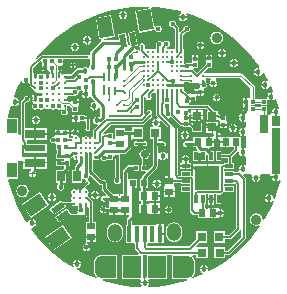
<source format=gtl>
G04 Layer_Physical_Order=1*
G04 Layer_Color=255*
%FSLAX25Y25*%
%MOIN*%
G70*
G01*
G75*
G04:AMPARAMS|DCode=10|XSize=19.69mil|YSize=43.31mil|CornerRadius=0mil|HoleSize=0mil|Usage=FLASHONLY|Rotation=125.000|XOffset=0mil|YOffset=0mil|HoleType=Round|Shape=Rectangle|*
%AMROTATEDRECTD10*
4,1,4,0.02338,0.00436,-0.01209,-0.02048,-0.02338,-0.00436,0.01209,0.02048,0.02338,0.00436,0.0*
%
%ADD10ROTATEDRECTD10*%

G04:AMPARAMS|DCode=11|XSize=47.24mil|YSize=66.93mil|CornerRadius=0mil|HoleSize=0mil|Usage=FLASHONLY|Rotation=125.000|XOffset=0mil|YOffset=0mil|HoleType=Round|Shape=Rectangle|*
%AMROTATEDRECTD11*
4,1,4,0.04096,-0.00016,-0.01386,-0.03855,-0.04096,0.00016,0.01386,0.03855,0.04096,-0.00016,0.0*
%
%ADD11ROTATEDRECTD11*%

%ADD12R,0.01260X0.01260*%
%ADD13R,0.01260X0.01260*%
%ADD14R,0.02520X0.02362*%
%ADD15R,0.02362X0.02520*%
%ADD16R,0.01181X0.01378*%
%ADD17R,0.01378X0.01181*%
%ADD18R,0.03150X0.03150*%
%ADD19R,0.02756X0.05906*%
%ADD20R,0.02756X0.15748*%
%ADD21R,0.02756X0.03543*%
%ADD22C,0.00866*%
G04:AMPARAMS|DCode=23|XSize=9mil|YSize=9mil|CornerRadius=4.5mil|HoleSize=0mil|Usage=FLASHONLY|Rotation=0.000|XOffset=0mil|YOffset=0mil|HoleType=Round|Shape=RoundedRectangle|*
%AMROUNDEDRECTD23*
21,1,0.00900,0.00000,0,0,0.0*
21,1,0.00000,0.00900,0,0,0.0*
1,1,0.00900,0.00000,0.00000*
1,1,0.00900,0.00000,0.00000*
1,1,0.00900,0.00000,0.00000*
1,1,0.00900,0.00000,0.00000*
%
%ADD23ROUNDEDRECTD23*%
%ADD24C,0.01083*%
%ADD25C,0.01043*%
G04:AMPARAMS|DCode=26|XSize=19.69mil|YSize=43.31mil|CornerRadius=0mil|HoleSize=0mil|Usage=FLASHONLY|Rotation=10.000|XOffset=0mil|YOffset=0mil|HoleType=Round|Shape=Rectangle|*
%AMROTATEDRECTD26*
4,1,4,-0.00593,-0.02303,-0.01345,0.01962,0.00593,0.02303,0.01345,-0.01962,-0.00593,-0.02303,0.0*
%
%ADD26ROTATEDRECTD26*%

G04:AMPARAMS|DCode=27|XSize=47.24mil|YSize=66.93mil|CornerRadius=0mil|HoleSize=0mil|Usage=FLASHONLY|Rotation=10.000|XOffset=0mil|YOffset=0mil|HoleType=Round|Shape=Rectangle|*
%AMROTATEDRECTD27*
4,1,4,-0.01745,-0.03706,-0.02907,0.02885,0.01745,0.03706,0.02907,-0.02885,-0.01745,-0.03706,0.0*
%
%ADD27ROTATEDRECTD27*%

%ADD28C,0.00709*%
%ADD29R,0.02795X0.03622*%
%ADD30R,0.02835X0.01181*%
%ADD31R,0.01181X0.02835*%
%ADD32R,0.08268X0.08268*%
%ADD33R,0.02165X0.02362*%
%ADD34R,0.01102X0.02953*%
%ADD35R,0.01102X0.03347*%
%ADD36R,0.07087X0.02362*%
%ADD37R,0.07087X0.02953*%
%ADD38R,0.03543X0.05118*%
%ADD39R,0.04724X0.07480*%
%ADD40R,0.01575X0.05315*%
%ADD41R,0.06299X0.07480*%
%ADD42R,0.02953X0.02559*%
%ADD43C,0.00500*%
%ADD44C,0.01000*%
%ADD45C,0.00400*%
%ADD46C,0.00300*%
%ADD47C,0.00800*%
%ADD48C,0.00700*%
%ADD49C,0.00600*%
%ADD50C,0.00440*%
%ADD51C,0.00430*%
%ADD52C,0.01100*%
%ADD53C,0.03598*%
%ADD54O,0.04921X0.05906*%
%ADD55O,0.04823X0.07480*%
%ADD56C,0.01800*%
%ADD57C,0.01600*%
%ADD58C,0.01000*%
%ADD59C,0.01300*%
%ADD60C,0.01575*%
%ADD61C,0.02800*%
G36*
X1529Y46675D02*
X1686Y46240D01*
D01*
X1686Y46240D01*
X1686D01*
X1691Y46167D01*
X1670Y46164D01*
X-3121Y45319D01*
X-1854Y38137D01*
X3085Y39008D01*
X3474Y38978D01*
X3726Y38728D01*
X3807Y38607D01*
X4171Y38364D01*
X4600Y38278D01*
X5029Y38364D01*
X5393Y38607D01*
X5636Y38971D01*
X5722Y39400D01*
X5636Y39829D01*
X5393Y40193D01*
X5029Y40436D01*
X4600Y40522D01*
X4171Y40436D01*
X3807Y40193D01*
X3720Y40063D01*
X3193Y40174D01*
X2151Y46085D01*
X2151Y46085D01*
X2187Y46231D01*
Y46231D01*
X2420Y46636D01*
X4074Y46564D01*
X8117Y46032D01*
X12098Y45149D01*
X12159Y45130D01*
X12154Y44677D01*
X12142Y44611D01*
X11691Y44309D01*
X11381Y43846D01*
X11322Y43550D01*
X14078D01*
X14019Y43846D01*
X13872Y44065D01*
X14191Y44489D01*
X15987Y43923D01*
X19754Y42362D01*
X23371Y40479D01*
X26810Y38289D01*
X30045Y35806D01*
X33051Y33051D01*
X35806Y30045D01*
X38289Y26810D01*
X38325Y26753D01*
X38150Y26497D01*
Y24900D01*
Y23522D01*
X38446Y23581D01*
X38909Y23891D01*
X39219Y24354D01*
X39229Y24404D01*
X39758Y24503D01*
X40479Y23371D01*
X40999Y22372D01*
X40652Y21958D01*
X40550Y21978D01*
Y20600D01*
Y19222D01*
X40846Y19281D01*
X41309Y19591D01*
X41619Y20054D01*
X41625Y20087D01*
X42150Y20162D01*
X42362Y19754D01*
X42827Y18632D01*
X42550Y18295D01*
Y16800D01*
Y15422D01*
X42846Y15481D01*
X43309Y15791D01*
X43404Y15933D01*
X43658Y15959D01*
X43961Y15866D01*
X44835Y13093D01*
X44411Y12776D01*
X44346Y12819D01*
X44050Y12878D01*
Y11500D01*
X43800D01*
Y11250D01*
X42261D01*
X41951Y11000D01*
X41528Y10800D01*
X40716D01*
Y11747D01*
X40889D01*
Y13528D01*
X38911D01*
Y13435D01*
X36932D01*
Y13549D01*
X35659D01*
X35519Y13819D01*
X35659Y14089D01*
X36932D01*
Y14203D01*
X38911D01*
Y14109D01*
X40889D01*
Y15504D01*
X41036Y15609D01*
X41389Y15725D01*
X41754Y15481D01*
X42050Y15422D01*
Y16550D01*
X40922D01*
X40960Y16361D01*
X40745Y16015D01*
X40623Y15890D01*
X38911D01*
Y15835D01*
X36932D01*
Y15949D01*
X36818D01*
Y19998D01*
X36818Y19998D01*
X36756Y20310D01*
X36579Y20574D01*
X36579Y20574D01*
X32877Y24277D01*
X32612Y24454D01*
X32300Y24516D01*
X32300Y24516D01*
X20423D01*
Y24645D01*
X20009D01*
X19817Y25107D01*
X21178Y26468D01*
X22430D01*
Y28055D01*
X22630Y28472D01*
X22630Y28745D01*
Y29352D01*
X21500D01*
X20370D01*
Y28472D01*
X20570Y28055D01*
Y27544D01*
X17672Y24645D01*
X17466Y24645D01*
X16389Y25721D01*
X16277Y25768D01*
X16376Y26268D01*
X17730D01*
Y27855D01*
X17930Y28272D01*
X17930Y28545D01*
Y29152D01*
X16800D01*
X15670D01*
Y28272D01*
X15490Y27847D01*
X14800D01*
X14704Y27911D01*
X14275Y27996D01*
X13846Y27911D01*
X13587Y27738D01*
X13216Y27864D01*
X13087Y27959D01*
Y32682D01*
X12949D01*
Y37362D01*
X13844Y38257D01*
X14014Y38223D01*
X14443Y38309D01*
X14807Y38552D01*
X15050Y38916D01*
X15135Y39345D01*
X15050Y39774D01*
X14807Y40138D01*
X14443Y40381D01*
X14014Y40466D01*
X13584Y40381D01*
X13220Y40138D01*
X12977Y39774D01*
X12892Y39345D01*
X12926Y39176D01*
X11938Y38188D01*
X11483Y38313D01*
X11438Y38341D01*
Y39646D01*
X11384Y39919D01*
X11229Y40150D01*
X10418Y40962D01*
X10437Y41055D01*
X10351Y41484D01*
X10108Y41848D01*
X9744Y42091D01*
X9315Y42177D01*
X8886Y42091D01*
X8522Y41848D01*
X8279Y41484D01*
X8194Y41055D01*
X8279Y40626D01*
X8522Y40262D01*
X8886Y40019D01*
X9315Y39933D01*
X9409Y39952D01*
X10011Y39350D01*
Y32682D01*
X7568D01*
X7557Y32690D01*
X7320Y33182D01*
X7416Y33301D01*
X7729Y33364D01*
X8093Y33607D01*
X8336Y33971D01*
X8422Y34400D01*
X8336Y34829D01*
X8093Y35193D01*
X7729Y35436D01*
X7300Y35522D01*
X6871Y35436D01*
X6507Y35193D01*
X6359Y34972D01*
X5886Y34925D01*
X5789Y34950D01*
X5693Y35093D01*
X5329Y35336D01*
X4900Y35422D01*
X4471Y35336D01*
X4107Y35093D01*
X3864Y34729D01*
X3779Y34300D01*
X3859Y33895D01*
X3830Y33825D01*
Y32682D01*
X277D01*
X277Y32682D01*
X55Y33182D01*
X154Y33329D01*
X228Y33700D01*
X154Y34071D01*
X-56Y34385D01*
X-370Y34595D01*
X-741Y34669D01*
X-1112Y34595D01*
X-1426Y34385D01*
X-1636Y34071D01*
X-1710Y33700D01*
X-1636Y33329D01*
X-1426Y33015D01*
X-1390Y32991D01*
Y32278D01*
X-1890Y32127D01*
X-1923Y32176D01*
X-2188Y32353D01*
X-2500Y32415D01*
X-2812Y32353D01*
X-2951Y32405D01*
X-3196Y32939D01*
X-3133Y33251D01*
Y33514D01*
X-2256Y33669D01*
X-3112Y38524D01*
X-5642Y38078D01*
X-4918Y33974D01*
X-4989Y33911D01*
X-5531Y34102D01*
X-6214Y37977D01*
X-8744Y37531D01*
X-8472Y35991D01*
X-8794Y35608D01*
X-13317D01*
X-13361Y36108D01*
X-9793Y36737D01*
X-11060Y43919D01*
X-16303Y42995D01*
X-15037Y35813D01*
X-14607Y35888D01*
X-14417Y35414D01*
X-14484Y35369D01*
X-14484Y35369D01*
X-17877Y31977D01*
X-18054Y31712D01*
X-18116Y31400D01*
X-18116Y31400D01*
Y30778D01*
X-18514Y30632D01*
X-18616Y30612D01*
X-18864Y30778D01*
X-19176Y30840D01*
X-19488Y30778D01*
X-19725Y30620D01*
X-34176D01*
X-34597Y30445D01*
X-35767Y29275D01*
X-36143Y29606D01*
X-35806Y30045D01*
X-33051Y33051D01*
X-30045Y35806D01*
X-26810Y38289D01*
X-23371Y40479D01*
X-19754Y42362D01*
X-15987Y43923D01*
X-12098Y45149D01*
X-8117Y46032D01*
X-4074Y46564D01*
X0Y46742D01*
X1529Y46675D01*
D02*
G37*
G36*
X-18514Y29417D02*
X-18116Y29271D01*
Y27498D01*
X-18165Y27465D01*
X-18430Y27068D01*
X-18519Y26624D01*
X-18641Y26541D01*
X-18987Y26367D01*
X-19232Y26530D01*
X-19700Y26623D01*
X-20168Y26530D01*
X-20565Y26265D01*
X-20598Y26216D01*
X-22200D01*
X-22200Y26216D01*
X-22512Y26154D01*
X-22777Y25977D01*
X-24517Y24237D01*
X-26241D01*
X-26319Y24289D01*
X-26679Y24361D01*
X-27038Y24289D01*
X-27343Y24086D01*
X-27763Y24358D01*
X-27772Y24367D01*
X-27847Y24556D01*
X-27705Y24900D01*
Y25365D01*
X-27370D01*
Y27225D01*
X-27170Y27370D01*
X-27170D01*
Y28250D01*
X-28300D01*
Y28750D01*
X-27170D01*
Y29429D01*
X-19725D01*
X-19488Y29271D01*
X-19176Y29209D01*
X-18864Y29271D01*
X-18616Y29436D01*
X-18514Y29417D01*
D02*
G37*
G36*
X-34353Y28352D02*
X-34353Y27511D01*
X-34332Y27020D01*
Y26550D01*
X-33202D01*
Y26300D01*
X-32952D01*
Y25170D01*
X-32345D01*
X-32072Y25170D01*
X-31593Y25120D01*
Y24598D01*
X-31588Y24586D01*
X-31992Y24254D01*
X-32186Y24384D01*
X-32334Y24413D01*
Y23421D01*
X-32834D01*
Y24413D01*
X-32983Y24384D01*
X-33182Y24250D01*
X-33760Y24214D01*
X-34124Y24457D01*
X-34553Y24543D01*
X-34982Y24457D01*
X-35346Y24214D01*
X-35923Y24250D01*
X-36123Y24384D01*
X-36271Y24413D01*
Y23421D01*
X-36771D01*
Y24569D01*
X-37105Y24816D01*
Y26253D01*
X-34815Y28543D01*
X-34353Y28352D01*
D02*
G37*
G36*
X35187Y19660D02*
Y16542D01*
X34928Y16149D01*
X34655Y16149D01*
X34048D01*
Y15019D01*
X33798D01*
Y14769D01*
X32668D01*
Y14249D01*
X32668Y13889D01*
X32668Y13389D01*
Y12869D01*
X33798D01*
Y12369D01*
X32668D01*
Y11711D01*
X32668Y11489D01*
X32322Y11132D01*
X32254Y11119D01*
X31791Y10809D01*
X31481Y10346D01*
X31422Y10050D01*
X32800D01*
Y9800D01*
X33050D01*
Y8422D01*
X33289Y8470D01*
X33450Y8428D01*
X33789Y8247D01*
Y6653D01*
X33450Y6472D01*
X33289Y6430D01*
X33050Y6478D01*
Y5100D01*
Y3722D01*
X33289Y3770D01*
X33450Y3728D01*
X33789Y3547D01*
Y-147D01*
X33450Y-328D01*
X33289Y-370D01*
X33050Y-322D01*
Y-1700D01*
Y-3078D01*
X33289Y-3030D01*
X33450Y-3072D01*
X33789Y-3253D01*
Y-5947D01*
X33450Y-6128D01*
X33289Y-6170D01*
X33050Y-6122D01*
Y-7500D01*
X32800D01*
Y-7750D01*
X31409D01*
X31406Y-7768D01*
X31033Y-8207D01*
X29802D01*
Y-8030D01*
X26448D01*
Y-7252D01*
X29802D01*
Y-5471D01*
X29199D01*
Y-3311D01*
X30886Y-1623D01*
X31055Y-1650D01*
X31396Y-1820D01*
X31481Y-2246D01*
X31791Y-2709D01*
X32254Y-3019D01*
X32550Y-3078D01*
Y-1700D01*
Y-322D01*
X32308Y-371D01*
X32092Y66D01*
Y3160D01*
X29170D01*
X29130Y3160D01*
X28670Y3257D01*
Y3360D01*
X27239D01*
Y1600D01*
Y-160D01*
X28670D01*
Y-57D01*
X29130Y40D01*
X29170Y40D01*
X29897D01*
Y-593D01*
X28189Y-2301D01*
X25629D01*
Y-1298D01*
X23848D01*
Y-4732D01*
X25629D01*
Y-3729D01*
X27771D01*
Y-5471D01*
X26368D01*
Y-5471D01*
X25999Y-5592D01*
X25534Y-5566D01*
Y-5566D01*
X25534Y-5566D01*
X21150D01*
Y-10200D01*
X20650D01*
Y-5566D01*
X16266D01*
Y-9495D01*
X15845Y-9739D01*
X15432Y-9510D01*
Y-8030D01*
X11998D01*
Y-9640D01*
X11458D01*
X11049Y-9231D01*
Y6300D01*
X10859Y6759D01*
X8243Y9376D01*
X8352Y9848D01*
X8806Y10021D01*
X9005Y9853D01*
X11781Y7077D01*
X12202Y6902D01*
X12770D01*
Y6568D01*
X14630D01*
Y6568D01*
X15130Y6728D01*
X15701Y6157D01*
Y4893D01*
X19254D01*
Y8052D01*
X15701D01*
X15701Y8052D01*
Y8052D01*
X15216Y8087D01*
X15202Y8093D01*
X14879D01*
X14830Y8572D01*
X14830Y8845D01*
Y9452D01*
X13700D01*
Y9952D01*
X14830D01*
Y10551D01*
X14925Y10693D01*
X15001Y11078D01*
X15501Y11028D01*
Y10659D01*
X17228D01*
Y12189D01*
X15501D01*
Y11372D01*
X15001Y11322D01*
X14925Y11707D01*
X14637Y12137D01*
X14387Y12305D01*
X14538Y12805D01*
X20653D01*
X21010Y12449D01*
X20819Y11989D01*
X20819D01*
Y8830D01*
X24372D01*
Y9033D01*
X24514Y9092D01*
X25068Y8805D01*
X25184Y8456D01*
X25170Y8428D01*
X25170Y8155D01*
Y7548D01*
X27430D01*
Y8428D01*
X27230Y8845D01*
Y10432D01*
X25370D01*
X25370Y10432D01*
Y10432D01*
X25011Y10731D01*
X24912Y10830D01*
X24491Y11005D01*
X24372D01*
Y11989D01*
X23073D01*
X23017Y12125D01*
X21321Y13821D01*
X20900Y13995D01*
X14902D01*
X14751Y14495D01*
X14843Y14557D01*
X15015Y14815D01*
X15370Y15165D01*
X15606Y15165D01*
X17230D01*
Y16753D01*
X17430Y17170D01*
X17930Y17184D01*
X18093Y17075D01*
X18350Y17024D01*
Y18300D01*
X18600D01*
Y18550D01*
X19876D01*
X19825Y18807D01*
X19694Y19002D01*
X19694Y19009D01*
X19942Y19523D01*
X20207Y19575D01*
X20637Y19863D01*
X20925Y20293D01*
X20976Y20550D01*
X18424D01*
X18475Y20293D01*
X18606Y20098D01*
X18606Y20091D01*
X18358Y19577D01*
X18093Y19525D01*
X17930Y19416D01*
X17430Y19430D01*
X17430Y19430D01*
X17430Y19430D01*
X16550D01*
Y18300D01*
X16300D01*
Y18050D01*
X15170D01*
Y17890D01*
X14695Y17495D01*
X14509Y17509D01*
X13087Y18932D01*
Y20216D01*
X13104Y20242D01*
X13170Y20576D01*
X13104Y20909D01*
X13087Y20935D01*
Y21501D01*
X14714D01*
Y21220D01*
X18064Y21220D01*
X18203Y21050D01*
X20976D01*
X20925Y21307D01*
X20637Y21737D01*
X20438Y21871D01*
X20488Y22125D01*
X20437Y22384D01*
X20631Y22884D01*
X21948D01*
X22031Y22784D01*
X21963Y22137D01*
X21675Y21707D01*
X21624Y21450D01*
X24176D01*
X24125Y21707D01*
X23837Y22137D01*
X23769Y22784D01*
X23852Y22884D01*
X31962D01*
X35187Y19660D01*
D02*
G37*
G36*
X-39250Y21024D02*
X-38993Y21075D01*
X-38795Y21207D01*
X-38295Y20940D01*
Y20600D01*
X-38121Y20179D01*
X-37455Y19513D01*
X-37461Y19484D01*
X-37389Y19125D01*
X-37186Y18820D01*
X-37247Y18259D01*
X-37258Y18252D01*
X-37484Y17914D01*
X-37513Y17766D01*
X-36521D01*
Y17266D01*
X-37513D01*
X-37484Y17117D01*
X-37258Y16779D01*
Y16284D01*
X-37484Y15946D01*
X-37513Y15797D01*
X-36521D01*
Y15297D01*
X-37513D01*
X-37484Y15149D01*
X-37350Y14949D01*
X-37314Y14372D01*
X-37557Y14008D01*
X-37643Y13579D01*
X-37557Y13149D01*
X-37314Y12786D01*
X-36950Y12543D01*
X-36521Y12457D01*
X-36092Y12543D01*
X-35728Y12786D01*
X-35346D01*
X-34982Y12543D01*
X-34553Y12457D01*
X-34124Y12543D01*
X-33763Y12784D01*
X-33759Y12786D01*
X-33249Y12914D01*
X-32944Y12711D01*
X-32584Y12639D01*
X-32225Y12711D01*
X-31920Y12914D01*
X-31409Y12786D01*
X-31406Y12784D01*
X-31045Y12543D01*
X-30616Y12457D01*
X-30187Y12543D01*
X-29823Y12786D01*
X-29440D01*
X-29076Y12543D01*
X-28647Y12457D01*
X-28218Y12543D01*
X-27857Y12784D01*
X-27854Y12786D01*
X-27522Y12457D01*
X-27530Y12438D01*
X-27736Y12129D01*
X-27822Y11700D01*
X-27736Y11271D01*
X-27493Y10907D01*
X-27129Y10664D01*
X-26700Y10578D01*
X-26271Y10664D01*
X-25907Y10907D01*
X-25664Y11271D01*
X-25578Y11700D01*
X-25664Y12129D01*
X-25857Y12418D01*
X-26014Y12914D01*
X-25811Y13219D01*
X-25739Y13579D01*
X-25601Y13745D01*
X-24944Y13774D01*
X-24089Y12919D01*
Y11728D01*
X-22111D01*
Y13473D01*
X-21911Y13891D01*
X-21911Y13891D01*
X-21911Y13891D01*
Y14731D01*
X-23100D01*
Y14981D01*
X-23350D01*
Y16072D01*
X-24289D01*
Y15150D01*
X-24789Y14937D01*
X-25031Y15037D01*
X-25235D01*
X-25445Y15297D01*
X-26679D01*
Y15797D01*
X-25687D01*
X-25716Y15946D01*
X-25942Y16284D01*
X-25708Y16713D01*
X-25525Y16920D01*
X-23984D01*
X-23563Y17095D01*
X-23533Y17125D01*
X-23300Y17078D01*
X-22871Y17164D01*
X-22507Y17407D01*
X-22264Y17771D01*
X-22193Y18127D01*
X-22017Y18419D01*
X-21900Y18578D01*
X-21787Y18601D01*
X-21471Y18664D01*
X-21189Y18852D01*
X-20689Y18728D01*
X-20748Y18253D01*
X-20819Y18146D01*
X-20878Y17850D01*
X-19500D01*
Y17600D01*
X-19250D01*
Y16222D01*
X-18954Y16281D01*
X-18491Y16591D01*
X-18471Y16620D01*
X-17877Y16623D01*
X-16660Y15406D01*
X-16667Y15326D01*
X-16857Y14896D01*
X-17246Y14819D01*
X-17709Y14509D01*
X-18019Y14046D01*
X-18078Y13750D01*
X-16700D01*
Y13500D01*
X-16450D01*
Y12122D01*
X-16154Y12181D01*
X-15691Y12491D01*
X-15381Y12954D01*
X-14836Y13135D01*
X-14716Y13057D01*
Y10119D01*
X-15129Y9828D01*
X-15432Y10030D01*
X-15900Y10124D01*
X-16368Y10030D01*
X-16765Y9765D01*
X-17030Y9368D01*
X-17123Y8900D01*
X-17030Y8432D01*
X-16765Y8035D01*
X-16368Y7770D01*
X-15900Y7677D01*
X-15741Y7708D01*
X-15495Y7247D01*
X-16871Y5871D01*
X-17046Y5450D01*
Y3652D01*
X-17470Y3452D01*
X-17601Y3468D01*
X-17733Y3556D01*
X-18025Y3614D01*
X-18318Y3556D01*
X-18566Y3390D01*
X-19059D01*
X-19307Y3556D01*
X-19600Y3614D01*
X-19893Y3556D01*
X-20141Y3390D01*
X-20598Y3607D01*
X-20804Y3745D01*
X-20925Y3768D01*
Y2850D01*
X-21425D01*
Y3768D01*
X-21545Y3745D01*
X-21550Y3742D01*
X-21901Y4078D01*
X-21915Y4099D01*
X-21865Y4350D01*
X-24417D01*
X-24365Y4093D01*
X-24078Y3663D01*
X-23952Y3578D01*
X-23937Y3315D01*
X-24350Y3101D01*
X-24519Y3135D01*
X-24831Y3073D01*
X-25193Y3428D01*
X-25237Y3537D01*
X-25211Y3591D01*
X-25211Y3627D01*
Y4431D01*
X-26400D01*
Y4681D01*
X-26650D01*
Y5772D01*
X-27589D01*
X-28089Y5772D01*
X-28550D01*
Y4681D01*
X-28800D01*
Y4431D01*
X-29989D01*
Y3872D01*
X-30372Y3451D01*
X-30423Y3432D01*
X-30810Y3355D01*
X-31174Y3112D01*
X-31417Y2748D01*
X-31503Y2319D01*
X-31417Y1890D01*
X-31174Y1526D01*
X-30810Y1283D01*
X-30381Y1197D01*
X-29952Y1283D01*
X-29405Y1089D01*
X-29372Y989D01*
X-29372Y928D01*
Y-989D01*
X-29297D01*
Y-2210D01*
X-29389D01*
Y-3991D01*
X-27411D01*
Y-3991D01*
X-26945Y-4073D01*
X-26830Y-4188D01*
Y-4453D01*
X-26922Y-4546D01*
X-27411Y-4572D01*
Y-4572D01*
X-29389D01*
Y-6353D01*
X-27411D01*
Y-6278D01*
X-26830D01*
Y-6313D01*
X-26716D01*
Y-6862D01*
X-27542Y-7689D01*
X-29653D01*
Y-11911D01*
X-28772D01*
Y-12458D01*
X-28821Y-12491D01*
X-29086Y-12888D01*
X-29179Y-13356D01*
X-29086Y-13824D01*
X-28821Y-14221D01*
X-28424Y-14486D01*
X-27956Y-14579D01*
X-27488Y-14486D01*
X-27091Y-14221D01*
X-26825Y-13824D01*
X-26732Y-13356D01*
X-26825Y-12888D01*
X-27091Y-12491D01*
X-27140Y-12458D01*
Y-11911D01*
X-26258D01*
Y-8712D01*
X-25323Y-7777D01*
X-25323Y-7777D01*
X-25146Y-7512D01*
X-25084Y-7200D01*
Y-6313D01*
X-24970D01*
X-24970Y-4281D01*
X-24970Y-3805D01*
X-24807Y-3773D01*
X-24542Y-3596D01*
X-24186Y-3240D01*
X-23816Y-3406D01*
X-23713Y-3474D01*
X-23644Y-3820D01*
X-23435Y-4135D01*
X-23120Y-4344D01*
X-23000Y-4369D01*
Y-3450D01*
X-22500D01*
Y-4369D01*
X-22490Y-4367D01*
X-22202Y-4525D01*
X-22144Y-4784D01*
X-22167Y-5114D01*
X-23021Y-5967D01*
X-23198Y-6232D01*
X-23260Y-6544D01*
X-23260Y-6544D01*
Y-7689D01*
X-24142D01*
Y-11911D01*
X-20746D01*
Y-10813D01*
X-20712Y-10782D01*
X-20246Y-10591D01*
X-20029Y-10736D01*
X-19774Y-10787D01*
X-19644Y-11301D01*
X-19677Y-11323D01*
X-19854Y-11588D01*
X-19909Y-11867D01*
X-22021Y-13979D01*
X-22079Y-14119D01*
X-22279Y-14253D01*
X-22284Y-14260D01*
X-22885D01*
X-22890Y-14253D01*
X-23201Y-14045D01*
X-23568Y-13972D01*
X-23936Y-14045D01*
X-24247Y-14253D01*
X-24455Y-14564D01*
X-24528Y-14931D01*
X-24455Y-15299D01*
X-24247Y-15610D01*
X-24240Y-15615D01*
Y-16216D01*
X-24247Y-16221D01*
X-24455Y-16533D01*
X-24528Y-16900D01*
X-24455Y-17267D01*
X-24247Y-17579D01*
X-24509Y-18001D01*
X-24726Y-18219D01*
X-27458D01*
X-27720Y-17844D01*
X-31759Y-20672D01*
X-30286Y-22776D01*
X-26247Y-19948D01*
Y-19948D01*
X-26023Y-19518D01*
X-24267D01*
X-24247Y-19547D01*
X-23936Y-19755D01*
X-23568Y-19828D01*
X-23201Y-19755D01*
X-22890Y-19547D01*
X-22353Y-19619D01*
X-22341Y-19626D01*
X-22176Y-19736D01*
X-22070Y-20163D01*
X-22106Y-20338D01*
X-22336Y-20682D01*
X-22387Y-20939D01*
X-21111D01*
Y-21439D01*
X-22387D01*
X-22336Y-21696D01*
X-22270Y-21795D01*
X-22537Y-22295D01*
X-24604D01*
X-25914Y-20424D01*
X-29953Y-23252D01*
X-28480Y-25356D01*
X-25808Y-23485D01*
X-19990D01*
X-19569Y-23311D01*
X-19210Y-22952D01*
X-19036Y-22531D01*
Y-20038D01*
X-18949Y-19974D01*
X-18449Y-20226D01*
Y-24908D01*
X-19360D01*
Y-27830D01*
X-19360Y-27870D01*
X-19457Y-28330D01*
X-19560D01*
Y-29761D01*
X-16040D01*
Y-28330D01*
X-16143D01*
X-16240Y-27870D01*
X-16240Y-27830D01*
Y-24908D01*
X-17151D01*
Y-18400D01*
X-17341Y-17941D01*
X-18744Y-16538D01*
X-18745Y-16533D01*
X-18953Y-16221D01*
X-18960Y-16216D01*
Y-15615D01*
X-18953Y-15610D01*
X-18745Y-15299D01*
X-18672Y-14931D01*
X-18745Y-14564D01*
X-18953Y-14253D01*
X-19264Y-14045D01*
X-19631Y-13972D01*
X-19867Y-13509D01*
X-19067Y-12709D01*
X-18788Y-12654D01*
X-18523Y-12477D01*
X-18346Y-12212D01*
X-18284Y-11900D01*
X-18346Y-11588D01*
X-18523Y-11323D01*
X-18788Y-11146D01*
X-18862Y-11132D01*
X-18968Y-10601D01*
X-18807Y-10493D01*
X-18564Y-10129D01*
X-18492Y-9769D01*
X-18266Y-9637D01*
X-17997Y-9556D01*
X-15177Y-12377D01*
X-15177Y-12377D01*
X-14912Y-12554D01*
X-14600Y-12616D01*
X-14316D01*
Y-14000D01*
X-14316Y-14000D01*
X-14254Y-14312D01*
X-14077Y-14577D01*
X-14044Y-14599D01*
X-12816Y-15826D01*
X-12992Y-16357D01*
X-13284Y-16417D01*
X-13318Y-16394D01*
X-13689Y-16320D01*
X-14060Y-16394D01*
X-14374Y-16604D01*
X-14584Y-16918D01*
X-14658Y-17289D01*
X-14584Y-17660D01*
X-14374Y-17974D01*
X-14060Y-18184D01*
X-13689Y-18258D01*
X-13318Y-18184D01*
X-13200Y-18105D01*
X-11760D01*
Y-18730D01*
X-11760Y-18770D01*
X-11857Y-19230D01*
X-11960D01*
Y-20322D01*
X-12460Y-20371D01*
X-12475Y-20293D01*
X-12763Y-19863D01*
X-13193Y-19575D01*
X-13450Y-19524D01*
Y-20800D01*
Y-22076D01*
X-13193Y-22025D01*
X-12763Y-21737D01*
X-12475Y-21307D01*
X-12460Y-21229D01*
X-11960Y-21278D01*
Y-22592D01*
X-10450D01*
Y-20911D01*
X-9950D01*
Y-22592D01*
X-8760D01*
X-8440Y-22592D01*
X-7940Y-22592D01*
X-6750D01*
Y-20911D01*
X-6250D01*
Y-22592D01*
X-5153D01*
X-4946Y-23092D01*
X-5695Y-23841D01*
X-5872Y-24106D01*
X-5934Y-24418D01*
X-5934Y-24418D01*
Y-26017D01*
X-6205D01*
Y-31932D01*
X-4146D01*
X-4031Y-31932D01*
X-3773Y-31932D01*
X-3273Y-32325D01*
Y-33841D01*
X-3218Y-34114D01*
X-3064Y-34346D01*
X-1949Y-35460D01*
X-2157Y-35960D01*
X-7583D01*
Y-44040D01*
X-1510D01*
X-1243Y-44540D01*
X-1319Y-44654D01*
X-1378Y-44950D01*
X-250D01*
Y-43758D01*
X-684Y-43418D01*
Y-36014D01*
X684D01*
Y-43418D01*
X250Y-43758D01*
Y-44950D01*
X1378D01*
X1319Y-44654D01*
X1243Y-44540D01*
X1510Y-44040D01*
X7583D01*
Y-36014D01*
X9149D01*
Y-44040D01*
X14010D01*
X14014Y-44545D01*
X12098Y-45149D01*
X8117Y-46032D01*
X4074Y-46564D01*
X1190Y-46690D01*
X1033Y-46271D01*
X1018Y-46197D01*
X1319Y-45746D01*
X1378Y-45450D01*
X-1378D01*
X-1319Y-45746D01*
X-1018Y-46197D01*
X-1033Y-46271D01*
X-1190Y-46690D01*
X-4074Y-46564D01*
X-8117Y-46032D01*
X-12098Y-45149D01*
X-14009Y-44546D01*
X-13996Y-44040D01*
X-9149D01*
Y-35960D01*
X-13973D01*
X-13995Y-35960D01*
X-14173Y-35936D01*
X-14473Y-35960D01*
Y-35976D01*
X-14881Y-36030D01*
X-15541Y-36303D01*
X-16107Y-36737D01*
X-16542Y-37304D01*
X-16815Y-37963D01*
X-16908Y-38671D01*
Y-41329D01*
X-16815Y-42037D01*
X-16542Y-42696D01*
X-16107Y-43262D01*
X-15911Y-43413D01*
X-16163Y-43850D01*
X-19754Y-42362D01*
X-22797Y-40778D01*
X-22630Y-40302D01*
X-22500Y-40327D01*
X-21954Y-40219D01*
X-21491Y-39909D01*
X-21181Y-39446D01*
X-21122Y-39150D01*
X-23878D01*
X-23819Y-39446D01*
X-23638Y-39716D01*
X-23996Y-40082D01*
X-26810Y-38289D01*
X-30045Y-35806D01*
X-33051Y-33051D01*
X-35806Y-30045D01*
X-37845Y-27389D01*
X-37600Y-26927D01*
X-37054Y-26819D01*
X-36591Y-26509D01*
X-36281Y-26046D01*
X-36222Y-25750D01*
X-37600D01*
Y-25500D01*
X-37850D01*
Y-24122D01*
X-38146Y-24181D01*
X-38609Y-24491D01*
X-38898Y-24923D01*
X-39087Y-24970D01*
X-39439Y-25005D01*
X-40479Y-23371D01*
X-42362Y-19754D01*
X-43923Y-15987D01*
X-45149Y-12098D01*
X-45407Y-10932D01*
X-45094Y-10543D01*
X-42062D01*
Y-5162D01*
X-42062Y-4824D01*
X-41630Y-4662D01*
X-41181D01*
X-41000Y-4587D01*
X-40500Y-4769D01*
Y-4973D01*
X-36707D01*
Y-3246D01*
X-40356D01*
X-40500Y-3246D01*
X-40856Y-2900D01*
Y522D01*
X-40356Y788D01*
X-40300Y750D01*
Y-281D01*
X-40349Y-400D01*
X-40300Y-519D01*
Y-1881D01*
X-32613D01*
Y1081D01*
X-39105D01*
Y1400D01*
X-39279Y1821D01*
X-39443Y1984D01*
X-39251Y2446D01*
X-36707D01*
Y4423D01*
Y6399D01*
X-39670D01*
X-39818Y6634D01*
X-39926Y6899D01*
X-39886Y7100D01*
Y14404D01*
X-39394Y14897D01*
X-39300Y14878D01*
X-38871Y14964D01*
X-38507Y15207D01*
X-38264Y15571D01*
X-38178Y16000D01*
X-38264Y16429D01*
X-38507Y16793D01*
X-38871Y17036D01*
X-39300Y17121D01*
X-39729Y17036D01*
X-40093Y16793D01*
X-40336Y16429D01*
X-40422Y16000D01*
X-40403Y15906D01*
X-41105Y15205D01*
X-41259Y14973D01*
X-41314Y14700D01*
Y7100D01*
X-41259Y6827D01*
X-41195Y6731D01*
Y4088D01*
X-41604Y3923D01*
X-42062Y4174D01*
Y9742D01*
X-45272D01*
X-45585Y10132D01*
X-45149Y12098D01*
X-44652Y13673D01*
X-44077Y13835D01*
X-43846Y13681D01*
X-43550Y13622D01*
Y15000D01*
X-43300D01*
Y15250D01*
X-41922D01*
X-41981Y15546D01*
X-42291Y16009D01*
X-42754Y16319D01*
X-43207Y16409D01*
X-43567Y16845D01*
X-42362Y19754D01*
X-41253Y21885D01*
X-40728Y21811D01*
X-40725Y21793D01*
X-40437Y21363D01*
X-40007Y21075D01*
X-39750Y21024D01*
Y22300D01*
X-39250D01*
Y21024D01*
D02*
G37*
G36*
X3751Y10800D02*
X3941Y10341D01*
X4428Y9854D01*
X4423Y9842D01*
X4133Y9441D01*
X3950Y9478D01*
Y8350D01*
X5078D01*
X5041Y8533D01*
X5442Y8823D01*
X5454Y8828D01*
X7650Y6631D01*
Y-2050D01*
X7151Y-2202D01*
X7009Y-1991D01*
X6546Y-1681D01*
X6250Y-1622D01*
Y-3000D01*
Y-4378D01*
X6546Y-4319D01*
X7009Y-4009D01*
X7151Y-3798D01*
X7650Y-3950D01*
Y-9808D01*
X6740D01*
Y-12730D01*
X6740Y-12770D01*
X6643Y-13230D01*
X6540D01*
Y-14661D01*
X8300D01*
X10060D01*
Y-13230D01*
X9957D01*
X9860Y-12770D01*
X9860Y-12730D01*
Y-12129D01*
X11998D01*
Y-12370D01*
X15083D01*
Y-13148D01*
X11998D01*
Y-14929D01*
X15083D01*
Y-21132D01*
X15273Y-21591D01*
X16241Y-22559D01*
X16700Y-22749D01*
X17808D01*
Y-23660D01*
X20730D01*
X20770Y-23660D01*
X21230Y-23757D01*
Y-23860D01*
X22661D01*
Y-22100D01*
Y-20340D01*
X21230D01*
Y-20443D01*
X20770Y-20540D01*
X20770D01*
X20270Y-20444D01*
Y-19102D01*
X20511D01*
Y-15748D01*
X21089D01*
Y-17135D01*
X22179D01*
X23270D01*
Y-15748D01*
X23848D01*
Y-19102D01*
X25629D01*
Y-15672D01*
X25828Y-15539D01*
X26239Y-15128D01*
X26372Y-14929D01*
X29802D01*
Y-13148D01*
X26448D01*
Y-12370D01*
X29802D01*
Y-12370D01*
X30290Y-12399D01*
X30386Y-12496D01*
Y-27204D01*
X28304Y-29286D01*
X26828D01*
Y-28125D01*
X23078D01*
Y-31875D01*
X26828D01*
Y-30714D01*
X28600D01*
X28873Y-30659D01*
X29105Y-30505D01*
X31605Y-28005D01*
X31759Y-27773D01*
X31786Y-27638D01*
X32286Y-27687D01*
Y-30004D01*
X27704Y-34586D01*
X26928D01*
Y-33425D01*
X23178D01*
Y-37175D01*
X26928D01*
Y-36014D01*
X28000D01*
X28273Y-35959D01*
X28505Y-35805D01*
X33505Y-30805D01*
X33659Y-30573D01*
X33714Y-30300D01*
Y-10600D01*
X33659Y-10327D01*
X33505Y-10095D01*
X32810Y-9400D01*
X32978Y-8954D01*
X33354Y-8897D01*
X33789Y-9185D01*
Y-9185D01*
X35493D01*
X35774Y-9643D01*
X35775Y-9685D01*
X35722Y-9950D01*
X38478D01*
X38425Y-9685D01*
X38425Y-9643D01*
X38707Y-9185D01*
X41951Y-9185D01*
Y-9685D01*
X42061D01*
X42197Y-9850D01*
X43800D01*
Y-10100D01*
X44050D01*
Y-11478D01*
X44346Y-11419D01*
X44809Y-11109D01*
X44879Y-11005D01*
X45347Y-11205D01*
X45149Y-12098D01*
X43923Y-15987D01*
X43376Y-17306D01*
X42896Y-17160D01*
X42927Y-17000D01*
X42819Y-16454D01*
X42509Y-15991D01*
X42046Y-15681D01*
X41750Y-15622D01*
Y-17000D01*
Y-18378D01*
X42046Y-18319D01*
X42509Y-18009D01*
X42600Y-17874D01*
X43043Y-18111D01*
X42362Y-19754D01*
X40479Y-23371D01*
X39804Y-24431D01*
X39332Y-24241D01*
X39340Y-24200D01*
X39177Y-23381D01*
X38713Y-22686D01*
X38019Y-22223D01*
X37200Y-22060D01*
X36381Y-22223D01*
X35686Y-22686D01*
X35223Y-23381D01*
X35060Y-24200D01*
X35223Y-25019D01*
X35686Y-25714D01*
X36381Y-26177D01*
X37200Y-26340D01*
X38019Y-26177D01*
X38158Y-26085D01*
X38523Y-26442D01*
X38289Y-26810D01*
X35806Y-30045D01*
X33051Y-33051D01*
X30045Y-35806D01*
X26810Y-38289D01*
X23371Y-40479D01*
X21523Y-41442D01*
X21279Y-41263D01*
X21132Y-41082D01*
X21178Y-40850D01*
X18422D01*
X18481Y-41146D01*
X18791Y-41609D01*
X19254Y-41919D01*
X19433Y-41954D01*
X19484Y-42474D01*
X16158Y-43852D01*
X15905Y-43415D01*
X16107Y-43261D01*
X16542Y-42694D01*
X16815Y-42035D01*
X16908Y-41327D01*
Y-38669D01*
X16815Y-37962D01*
X16542Y-37302D01*
X16107Y-36735D01*
X15818Y-36514D01*
X15988Y-36014D01*
X17272D01*
Y-37175D01*
X21022D01*
Y-33425D01*
X17338D01*
X17032Y-33025D01*
X18182Y-31875D01*
X20922D01*
Y-28125D01*
X17172D01*
Y-30865D01*
X14852Y-33186D01*
X796D01*
X714Y-33104D01*
Y-32285D01*
X1067Y-31932D01*
X1472D01*
X1587Y-31932D01*
X3414D01*
X3831Y-32132D01*
X4064Y-32132D01*
X4868D01*
Y-28974D01*
Y-25817D01*
X3831D01*
X3414Y-26017D01*
X1587D01*
X1472Y-26017D01*
X1087D01*
X972Y-26017D01*
X-1087D01*
Y-26017D01*
X-1472D01*
Y-26017D01*
X-3531D01*
X-3647Y-26017D01*
X-3949Y-26017D01*
X-4302Y-25663D01*
Y-24756D01*
X-3393Y-23847D01*
X-3216Y-23582D01*
X-3154Y-23270D01*
X-3154Y-23270D01*
Y-13581D01*
X-2587D01*
Y-10619D01*
X-5184D01*
X-5353Y-10619D01*
X-5684Y-10256D01*
Y-8538D01*
X-4862Y-7716D01*
X-3591D01*
Y-7889D01*
X-1809D01*
Y-5911D01*
X-3591D01*
Y-6084D01*
X-5200D01*
X-5200Y-6084D01*
X-5512Y-6146D01*
X-5777Y-6323D01*
X-7077Y-7623D01*
X-7254Y-7888D01*
X-7316Y-8200D01*
X-7316Y-8200D01*
Y-15808D01*
X-8060D01*
Y-16473D01*
X-8640D01*
Y-15808D01*
X-10527D01*
X-12684Y-13651D01*
Y-11900D01*
X-12746Y-11588D01*
X-12923Y-11323D01*
X-12923Y-11323D01*
X-13023Y-11223D01*
X-13288Y-11046D01*
X-13600Y-10984D01*
X-13600Y-10984D01*
X-14262D01*
X-17210Y-8037D01*
Y-4506D01*
X-16811Y-4236D01*
X-16710Y-4214D01*
X-16450Y-4265D01*
X-15550D01*
X-15550Y-4265D01*
X-15237Y-4203D01*
X-15038Y-4070D01*
X-14873Y-4056D01*
X-14429Y-4190D01*
X-14293Y-4393D01*
X-13929Y-4636D01*
X-13500Y-4721D01*
X-13071Y-4636D01*
X-12867Y-4500D01*
X-12372Y-4489D01*
X-12372Y-4489D01*
X-12372Y-4489D01*
X-10591D01*
Y-2954D01*
X-10300Y-2787D01*
X-10009Y-2954D01*
Y-4489D01*
X-9916D01*
Y-10202D01*
X-9965Y-10235D01*
X-10230Y-10632D01*
X-10323Y-11100D01*
X-10230Y-11568D01*
X-9965Y-11965D01*
X-9568Y-12230D01*
X-9100Y-12324D01*
X-8632Y-12230D01*
X-8235Y-11965D01*
X-7970Y-11568D01*
X-7876Y-11100D01*
X-7970Y-10632D01*
X-8235Y-10235D01*
X-8284Y-10202D01*
Y-4489D01*
X-8228D01*
X-8228Y-2511D01*
X-7809Y-2316D01*
X-6700D01*
X-6700Y-2316D01*
X-6388Y-2254D01*
X-6123Y-2077D01*
X-4644Y-598D01*
X-4644Y-598D01*
X-4467Y-333D01*
X-4405Y-21D01*
Y2299D01*
X-4228Y2725D01*
X-478D01*
Y6475D01*
X-4228D01*
Y5416D01*
X-6640D01*
Y6192D01*
X-9760D01*
Y3230D01*
X-9760D01*
X-9852Y2793D01*
X-9904Y2770D01*
X-9960D01*
Y2770D01*
X-10458Y2773D01*
X-10611Y2937D01*
Y4672D01*
X-12589D01*
Y4431D01*
X-13419D01*
X-13592Y4359D01*
X-13875Y4783D01*
X-11353Y7305D01*
X-600D01*
X-179Y7479D01*
X1733Y9391D01*
X2012Y9446D01*
X2277Y9623D01*
X2454Y9888D01*
X2516Y10200D01*
X2454Y10512D01*
X2277Y10777D01*
X2177Y10844D01*
Y11023D01*
X2354Y11288D01*
X2416Y11600D01*
X2354Y11912D01*
X2177Y12177D01*
X1912Y12354D01*
X1600Y12416D01*
X1288Y12354D01*
X1023Y12177D01*
X846Y11912D01*
X791Y11633D01*
X295Y11137D01*
X-205Y11344D01*
Y16387D01*
X-63Y16473D01*
X464Y16208D01*
X483Y16110D01*
X693Y15796D01*
X1007Y15586D01*
X1378Y15513D01*
X1749Y15586D01*
X2063Y15796D01*
X2273Y16110D01*
X2347Y16481D01*
X2273Y16852D01*
X2063Y17166D01*
X2300Y17609D01*
X2708Y18016D01*
X3751D01*
Y10800D01*
D02*
G37*
%LPC*%
G36*
X-6950Y45478D02*
Y44350D01*
X-5822D01*
X-5881Y44646D01*
X-6191Y45109D01*
X-6654Y45419D01*
X-6950Y45478D01*
D02*
G37*
G36*
X-7450D02*
X-7746Y45419D01*
X-8209Y45109D01*
X-8519Y44646D01*
X-8578Y44350D01*
X-7450D01*
Y45478D01*
D02*
G37*
G36*
X-5822Y43850D02*
X-6950D01*
Y42722D01*
X-6654Y42781D01*
X-6191Y43091D01*
X-5881Y43554D01*
X-5822Y43850D01*
D02*
G37*
G36*
X-7450D02*
X-8578D01*
X-8519Y43554D01*
X-8209Y43091D01*
X-7746Y42781D01*
X-7450Y42722D01*
Y43850D01*
D02*
G37*
G36*
X14078Y43050D02*
X12950D01*
Y41922D01*
X13246Y41981D01*
X13709Y42291D01*
X14019Y42754D01*
X14078Y43050D01*
D02*
G37*
G36*
X12450D02*
X11322D01*
X11381Y42754D01*
X11691Y42291D01*
X12154Y41981D01*
X12450Y41922D01*
Y43050D01*
D02*
G37*
G36*
X-18850Y36878D02*
Y35750D01*
X-17722D01*
X-17781Y36046D01*
X-18091Y36509D01*
X-18554Y36819D01*
X-18850Y36878D01*
D02*
G37*
G36*
X-19350D02*
X-19646Y36819D01*
X-20109Y36509D01*
X-20419Y36046D01*
X-20478Y35750D01*
X-19350D01*
Y36878D01*
D02*
G37*
G36*
X24100Y38440D02*
X23281Y38277D01*
X22587Y37813D01*
X22123Y37119D01*
X21960Y36300D01*
X22123Y35481D01*
X22587Y34786D01*
X23281Y34323D01*
X24100Y34160D01*
X24919Y34323D01*
X25613Y34786D01*
X26077Y35481D01*
X26240Y36300D01*
X26077Y37119D01*
X25613Y37813D01*
X24919Y38277D01*
X24100Y38440D01*
D02*
G37*
G36*
X18850Y35176D02*
Y34150D01*
X19876D01*
X19825Y34407D01*
X19537Y34837D01*
X19107Y35125D01*
X18850Y35176D01*
D02*
G37*
G36*
X18350D02*
X18093Y35125D01*
X17663Y34837D01*
X17375Y34407D01*
X17324Y34150D01*
X18350D01*
Y35176D01*
D02*
G37*
G36*
X-17722Y35250D02*
X-18850D01*
Y34122D01*
X-18554Y34181D01*
X-18091Y34491D01*
X-17781Y34954D01*
X-17722Y35250D01*
D02*
G37*
G36*
X-19350D02*
X-20478D01*
X-20419Y34954D01*
X-20109Y34491D01*
X-19646Y34181D01*
X-19350Y34122D01*
Y35250D01*
D02*
G37*
G36*
X-23050Y34778D02*
Y33650D01*
X-21922D01*
X-21981Y33946D01*
X-22291Y34409D01*
X-22754Y34719D01*
X-23050Y34778D01*
D02*
G37*
G36*
X-23550D02*
X-23846Y34719D01*
X-24309Y34409D01*
X-24619Y33946D01*
X-24678Y33650D01*
X-23550D01*
Y34778D01*
D02*
G37*
G36*
X19876Y33650D02*
X18850D01*
Y32624D01*
X19107Y32675D01*
X19537Y32963D01*
X19825Y33393D01*
X19876Y33650D01*
D02*
G37*
G36*
X18350D02*
X17324D01*
X17375Y33393D01*
X17663Y32963D01*
X18093Y32675D01*
X18350Y32624D01*
Y33650D01*
D02*
G37*
G36*
X-21922Y33150D02*
X-23050D01*
Y32022D01*
X-22754Y32081D01*
X-22291Y32391D01*
X-21981Y32854D01*
X-21922Y33150D01*
D02*
G37*
G36*
X-23550D02*
X-24678D01*
X-24619Y32854D01*
X-24309Y32391D01*
X-23846Y32081D01*
X-23550Y32022D01*
Y33150D01*
D02*
G37*
G36*
X26050Y32678D02*
Y31550D01*
X27178D01*
X27119Y31846D01*
X26809Y32309D01*
X26346Y32619D01*
X26050Y32678D01*
D02*
G37*
G36*
X25550D02*
X25254Y32619D01*
X24791Y32309D01*
X24481Y31846D01*
X24422Y31550D01*
X25550D01*
Y32678D01*
D02*
G37*
G36*
X27178Y31050D02*
X26050D01*
Y29922D01*
X26346Y29981D01*
X26809Y30291D01*
X27119Y30754D01*
X27178Y31050D01*
D02*
G37*
G36*
X25550D02*
X24422D01*
X24481Y30754D01*
X24791Y30291D01*
X25254Y29981D01*
X25550Y29922D01*
Y31050D01*
D02*
G37*
G36*
X22630Y30732D02*
X21750D01*
Y29852D01*
X22630D01*
Y30732D01*
D02*
G37*
G36*
X21250D02*
X20370D01*
Y29852D01*
X21250D01*
Y30732D01*
D02*
G37*
G36*
X17930Y30532D02*
X17050D01*
Y29652D01*
X17930D01*
Y30532D01*
D02*
G37*
G36*
X16550D02*
X15670D01*
Y29652D01*
X16550D01*
Y30532D01*
D02*
G37*
G36*
X29950Y29278D02*
Y28150D01*
X31078D01*
X31019Y28446D01*
X30709Y28909D01*
X30246Y29219D01*
X29950Y29278D01*
D02*
G37*
G36*
X29450D02*
X29154Y29219D01*
X28691Y28909D01*
X28381Y28446D01*
X28322Y28150D01*
X29450D01*
Y29278D01*
D02*
G37*
G36*
X31078Y27650D02*
X29950D01*
Y26522D01*
X30246Y26581D01*
X30709Y26891D01*
X31019Y27354D01*
X31078Y27650D01*
D02*
G37*
G36*
X29450D02*
X28322D01*
X28381Y27354D01*
X28691Y26891D01*
X29154Y26581D01*
X29450Y26522D01*
Y27650D01*
D02*
G37*
G36*
X37650Y26278D02*
X37354Y26219D01*
X36891Y25909D01*
X36581Y25446D01*
X36522Y25150D01*
X37650D01*
Y26278D01*
D02*
G37*
G36*
Y24650D02*
X36522D01*
X36581Y24354D01*
X36891Y23891D01*
X37354Y23581D01*
X37650Y23522D01*
Y24650D01*
D02*
G37*
G36*
X40050Y21978D02*
X39754Y21919D01*
X39291Y21609D01*
X38981Y21146D01*
X38922Y20850D01*
X40050D01*
Y21978D01*
D02*
G37*
G36*
Y20350D02*
X38922D01*
X38981Y20054D01*
X39291Y19591D01*
X39754Y19281D01*
X40050Y19222D01*
Y20350D01*
D02*
G37*
G36*
X42050Y18178D02*
X41754Y18119D01*
X41291Y17809D01*
X40981Y17346D01*
X40922Y17050D01*
X42050D01*
Y18178D01*
D02*
G37*
G36*
X43550Y12878D02*
X43254Y12819D01*
X42791Y12509D01*
X42481Y12046D01*
X42422Y11750D01*
X43550D01*
Y12878D01*
D02*
G37*
G36*
X-23550Y28270D02*
Y27550D01*
X-22830D01*
X-22858Y27690D01*
X-23079Y28021D01*
X-23410Y28242D01*
X-23550Y28270D01*
D02*
G37*
G36*
X-24050D02*
X-24190Y28242D01*
X-24521Y28021D01*
X-24742Y27690D01*
X-24770Y27550D01*
X-24050D01*
Y28270D01*
D02*
G37*
G36*
X-22830Y27050D02*
X-23550D01*
Y26330D01*
X-23410Y26358D01*
X-23079Y26579D01*
X-22858Y26910D01*
X-22830Y27050D01*
D02*
G37*
G36*
X-24050D02*
X-24770D01*
X-24742Y26910D01*
X-24521Y26579D01*
X-24190Y26358D01*
X-24050Y26330D01*
Y27050D01*
D02*
G37*
G36*
X-33452Y26050D02*
X-34332D01*
Y25170D01*
X-33452D01*
Y26050D01*
D02*
G37*
G36*
X24176Y20950D02*
X23150D01*
Y19924D01*
X23407Y19975D01*
X23837Y20263D01*
X24125Y20693D01*
X24176Y20950D01*
D02*
G37*
G36*
X22650D02*
X21624D01*
X21675Y20693D01*
X21963Y20263D01*
X22393Y19975D01*
X22650Y19924D01*
Y20950D01*
D02*
G37*
G36*
X16050Y19430D02*
X15170D01*
Y18550D01*
X16050D01*
Y19430D01*
D02*
G37*
G36*
X19876Y18050D02*
X18850D01*
Y17024D01*
X19107Y17075D01*
X19537Y17363D01*
X19825Y17793D01*
X19876Y18050D01*
D02*
G37*
G36*
X24250Y17776D02*
Y16750D01*
X25276D01*
X25225Y17007D01*
X24937Y17437D01*
X24507Y17725D01*
X24250Y17776D01*
D02*
G37*
G36*
X23750D02*
X23493Y17725D01*
X23063Y17437D01*
X22775Y17007D01*
X22724Y16750D01*
X23750D01*
Y17776D01*
D02*
G37*
G36*
X33548Y16149D02*
X32668D01*
Y15269D01*
X33548D01*
Y16149D01*
D02*
G37*
G36*
X25276Y16250D02*
X24250D01*
Y15224D01*
X24507Y15275D01*
X24937Y15563D01*
X25225Y15993D01*
X25276Y16250D01*
D02*
G37*
G36*
X23750D02*
X22724D01*
X22775Y15993D01*
X23063Y15563D01*
X23493Y15275D01*
X23750Y15224D01*
Y16250D01*
D02*
G37*
G36*
X19454Y12189D02*
X17728D01*
Y10659D01*
X19454D01*
Y12189D01*
D02*
G37*
G36*
Y10159D02*
X17728D01*
Y8630D01*
X19454D01*
Y10159D01*
D02*
G37*
G36*
X17228D02*
X15501D01*
Y8630D01*
X17228D01*
Y10159D01*
D02*
G37*
G36*
X32550Y9550D02*
X31422D01*
X31481Y9254D01*
X31791Y8791D01*
X32254Y8481D01*
X32550Y8422D01*
Y9550D01*
D02*
G37*
G36*
X24572Y8252D02*
X22846D01*
Y6722D01*
X24572D01*
Y8252D01*
D02*
G37*
G36*
X22346D02*
X20619D01*
Y6722D01*
X22346D01*
Y8252D01*
D02*
G37*
G36*
X29750Y7778D02*
Y6650D01*
X30878D01*
X30819Y6946D01*
X30509Y7409D01*
X30046Y7719D01*
X29750Y7778D01*
D02*
G37*
G36*
X29250D02*
X28954Y7719D01*
X28491Y7409D01*
X28181Y6946D01*
X28122Y6650D01*
X29250D01*
Y7778D01*
D02*
G37*
G36*
X27430Y7048D02*
X26550D01*
Y6168D01*
X27430D01*
Y7048D01*
D02*
G37*
G36*
X26050D02*
X25170D01*
Y6168D01*
X26050D01*
Y7048D01*
D02*
G37*
G36*
X32550Y6478D02*
X32254Y6419D01*
X31791Y6109D01*
X31481Y5646D01*
X31422Y5350D01*
X32550D01*
Y6478D01*
D02*
G37*
G36*
X30878Y6150D02*
X29750D01*
Y5022D01*
X30046Y5081D01*
X30509Y5391D01*
X30819Y5854D01*
X30878Y6150D01*
D02*
G37*
G36*
X29250D02*
X28122D01*
X28181Y5854D01*
X28491Y5391D01*
X28954Y5081D01*
X29250Y5022D01*
Y6150D01*
D02*
G37*
G36*
X22346Y6222D02*
X20619D01*
Y4693D01*
X22346D01*
Y6222D01*
D02*
G37*
G36*
X13650Y5478D02*
Y4350D01*
X14778D01*
X14719Y4646D01*
X14409Y5109D01*
X13946Y5419D01*
X13650Y5478D01*
D02*
G37*
G36*
X13150D02*
X12854Y5419D01*
X12391Y5109D01*
X12081Y4646D01*
X12022Y4350D01*
X13150D01*
Y5478D01*
D02*
G37*
G36*
X32550Y4850D02*
X31422D01*
X31481Y4554D01*
X31791Y4091D01*
X32254Y3781D01*
X32550Y3722D01*
Y4850D01*
D02*
G37*
G36*
X14778Y3850D02*
X13650D01*
Y2722D01*
X13946Y2781D01*
X14409Y3091D01*
X14719Y3554D01*
X14778Y3850D01*
D02*
G37*
G36*
X13150D02*
X12022D01*
X12081Y3554D01*
X12391Y3091D01*
X12854Y2781D01*
X13150Y2722D01*
Y3850D01*
D02*
G37*
G36*
X24572Y6222D02*
X22846D01*
Y4693D01*
X22938D01*
X23205Y4193D01*
X23176Y4149D01*
X23116Y3850D01*
X23087Y3700D01*
X22644Y3360D01*
X21661D01*
Y1850D01*
X23092D01*
Y2541D01*
X23099Y2548D01*
X23592Y2763D01*
X23810Y2617D01*
X24009Y2577D01*
Y3700D01*
X24259D01*
Y3950D01*
X25382D01*
X25342Y4149D01*
X25088Y4529D01*
X24708Y4783D01*
X24572Y4810D01*
Y6222D01*
D02*
G37*
G36*
X25637Y3450D02*
Y3450D01*
X24509D01*
Y2577D01*
X24708Y2617D01*
X24808Y2684D01*
X25308Y2416D01*
Y1850D01*
X26739D01*
Y3360D01*
X25711D01*
X25637Y3450D01*
D02*
G37*
G36*
X21161Y3360D02*
X19730D01*
Y3257D01*
X19270Y3160D01*
Y3160D01*
X16308D01*
Y1816D01*
X14289D01*
X14171Y1895D01*
X13800Y1969D01*
X13429Y1895D01*
X13115Y1685D01*
X12905Y1371D01*
X12831Y1000D01*
X12905Y629D01*
X13115Y315D01*
X13429Y105D01*
X13800Y31D01*
X14171Y105D01*
X14289Y184D01*
X16308D01*
Y40D01*
X17007D01*
X17036Y-101D01*
X17212Y-366D01*
X17644Y-798D01*
X17437Y-1298D01*
X16171D01*
Y-4732D01*
X17952D01*
Y-1991D01*
X18413Y-1702D01*
X18730Y-1898D01*
Y-4732D01*
X20511D01*
Y-2644D01*
X20960Y-2450D01*
X21289Y-2719D01*
Y-4732D01*
X23070D01*
Y-1298D01*
X22196D01*
X21558Y-660D01*
X21765Y-160D01*
X23092D01*
Y1350D01*
X21411D01*
Y1600D01*
X21161D01*
Y3360D01*
D02*
G37*
G36*
X26739Y1350D02*
X25308D01*
Y-160D01*
X26739D01*
Y1350D01*
D02*
G37*
G36*
X13924Y-2739D02*
Y-3765D01*
X14950D01*
X14899Y-3508D01*
X14611Y-3078D01*
X14181Y-2790D01*
X13924Y-2739D01*
D02*
G37*
G36*
X13424D02*
X13167Y-2790D01*
X12737Y-3078D01*
X12449Y-3508D01*
X12398Y-3765D01*
X13424D01*
Y-2739D01*
D02*
G37*
G36*
X14950Y-4265D02*
X12398D01*
X12449Y-4522D01*
X12616Y-4771D01*
X12382Y-5271D01*
X11798D01*
Y-6111D01*
X13715D01*
X15632D01*
Y-5271D01*
X14966D01*
X14732Y-4771D01*
X14899Y-4522D01*
X14950Y-4265D01*
D02*
G37*
G36*
X32550Y-6122D02*
X32254Y-6181D01*
X31791Y-6491D01*
X31481Y-6954D01*
X31422Y-7250D01*
X32550D01*
Y-6122D01*
D02*
G37*
G36*
X15632Y-6611D02*
X13965D01*
Y-7452D01*
X15632D01*
Y-6611D01*
D02*
G37*
G36*
X13465D02*
X11798D01*
Y-7452D01*
X13465D01*
Y-6611D01*
D02*
G37*
G36*
X-19750Y17350D02*
X-20878D01*
X-20819Y17054D01*
X-20509Y16591D01*
X-20046Y16281D01*
X-19750Y16222D01*
Y17350D01*
D02*
G37*
G36*
X-21911Y16072D02*
X-22850D01*
Y15231D01*
X-21911D01*
Y16072D01*
D02*
G37*
G36*
X-41922Y14750D02*
X-43050D01*
Y13622D01*
X-42754Y13681D01*
X-42291Y13991D01*
X-41981Y14454D01*
X-41922Y14750D01*
D02*
G37*
G36*
X-16950Y13250D02*
X-18078D01*
X-18019Y12954D01*
X-17709Y12491D01*
X-17246Y12181D01*
X-16950Y12122D01*
Y13250D01*
D02*
G37*
G36*
X-23152Y10730D02*
X-24032D01*
Y9850D01*
X-23152D01*
Y10730D01*
D02*
G37*
G36*
X-36050Y10478D02*
Y9350D01*
X-34922D01*
X-34981Y9646D01*
X-35291Y10109D01*
X-35754Y10419D01*
X-36050Y10478D01*
D02*
G37*
G36*
X-36550D02*
X-36846Y10419D01*
X-37309Y10109D01*
X-37619Y9646D01*
X-37678Y9350D01*
X-36550D01*
Y10478D01*
D02*
G37*
G36*
X-23152Y9350D02*
X-24032D01*
Y8470D01*
X-23152D01*
Y9350D01*
D02*
G37*
G36*
X-34922Y8850D02*
X-36050D01*
Y7722D01*
X-35754Y7781D01*
X-35291Y8091D01*
X-34981Y8554D01*
X-34922Y8850D01*
D02*
G37*
G36*
X-36550D02*
X-37678D01*
X-37619Y8554D01*
X-37309Y8091D01*
X-36846Y7781D01*
X-36550Y7722D01*
Y8850D01*
D02*
G37*
G36*
X-21772Y10730D02*
X-22045Y10730D01*
X-22652D01*
Y9600D01*
Y8470D01*
X-21772D01*
X-21355Y8670D01*
X-19768D01*
X-19549Y8260D01*
Y6468D01*
X-19654Y6312D01*
X-19716Y6000D01*
X-19654Y5688D01*
X-19477Y5423D01*
X-19212Y5246D01*
X-18900Y5184D01*
X-18588Y5246D01*
X-18323Y5423D01*
X-18146Y5688D01*
X-18084Y6000D01*
X-18146Y6312D01*
X-18251Y6468D01*
Y9300D01*
X-18441Y9759D01*
X-18741Y10059D01*
X-19200Y10249D01*
X-19768D01*
Y10530D01*
X-21355D01*
X-21772Y10730D01*
D02*
G37*
G36*
X-26150Y5772D02*
Y4931D01*
X-25211D01*
Y5772D01*
X-26150D01*
D02*
G37*
G36*
X-29050D02*
X-29989D01*
Y4931D01*
X-29050D01*
Y5772D01*
D02*
G37*
G36*
X-22891Y5876D02*
Y4850D01*
X-21865D01*
X-21916Y5107D01*
X-22204Y5537D01*
X-22634Y5825D01*
X-22891Y5876D01*
D02*
G37*
G36*
X-23391D02*
X-23648Y5825D01*
X-24078Y5537D01*
X-24365Y5107D01*
X-24417Y4850D01*
X-23391D01*
Y5876D01*
D02*
G37*
G36*
X-32413Y6399D02*
X-36207D01*
Y4673D01*
X-32413D01*
Y6399D01*
D02*
G37*
G36*
Y4173D02*
X-36207D01*
Y2446D01*
X-32413D01*
Y4173D01*
D02*
G37*
G36*
X-36207Y-3246D02*
Y-4973D01*
X-32413D01*
Y-3246D01*
X-36207D01*
D02*
G37*
G36*
X-32413Y-5473D02*
X-36207D01*
Y-7199D01*
X-32413D01*
Y-5473D01*
D02*
G37*
G36*
X-36707D02*
X-40500D01*
Y-7199D01*
X-37751D01*
X-37702Y-7699D01*
X-37790Y-7717D01*
X-38170Y-7971D01*
X-38424Y-8351D01*
X-38464Y-8550D01*
X-36218D01*
X-36258Y-8351D01*
X-36512Y-7971D01*
X-36892Y-7717D01*
X-36980Y-7699D01*
X-36931Y-7199D01*
X-36707D01*
Y-5473D01*
D02*
G37*
G36*
X-36218Y-9050D02*
X-37091D01*
Y-9923D01*
X-36892Y-9883D01*
X-36512Y-9629D01*
X-36258Y-9249D01*
X-36218Y-9050D01*
D02*
G37*
G36*
X-37591D02*
X-38464D01*
X-38424Y-9249D01*
X-38170Y-9629D01*
X-37790Y-9883D01*
X-37591Y-9923D01*
Y-9050D01*
D02*
G37*
G36*
X-16150Y-14622D02*
Y-15750D01*
X-15022D01*
X-15081Y-15454D01*
X-15391Y-14991D01*
X-15854Y-14681D01*
X-16150Y-14622D01*
D02*
G37*
G36*
X-16650D02*
X-16946Y-14681D01*
X-17409Y-14991D01*
X-17719Y-15454D01*
X-17778Y-15750D01*
X-16650D01*
Y-14622D01*
D02*
G37*
G36*
X-30650Y-15422D02*
Y-16550D01*
X-29522D01*
X-29581Y-16254D01*
X-29891Y-15791D01*
X-30354Y-15481D01*
X-30650Y-15422D01*
D02*
G37*
G36*
X-31150D02*
X-31446Y-15481D01*
X-31909Y-15791D01*
X-32219Y-16254D01*
X-32278Y-16550D01*
X-31150D01*
Y-15422D01*
D02*
G37*
G36*
X-40700Y-12560D02*
X-41519Y-12723D01*
X-42213Y-13186D01*
X-42677Y-13881D01*
X-42840Y-14700D01*
X-42677Y-15519D01*
X-42213Y-16214D01*
X-41519Y-16677D01*
X-40700Y-16840D01*
X-39881Y-16677D01*
X-39186Y-16214D01*
X-38723Y-15519D01*
X-38560Y-14700D01*
X-38723Y-13881D01*
X-39186Y-13186D01*
X-39881Y-12723D01*
X-40700Y-12560D01*
D02*
G37*
G36*
X-15022Y-16250D02*
X-16150D01*
Y-17378D01*
X-15854Y-17319D01*
X-15391Y-17009D01*
X-15081Y-16546D01*
X-15022Y-16250D01*
D02*
G37*
G36*
X-16650D02*
X-17778D01*
X-17719Y-16546D01*
X-17409Y-17009D01*
X-16946Y-17319D01*
X-16650Y-17378D01*
Y-16250D01*
D02*
G37*
G36*
X-29522Y-17050D02*
X-30650D01*
Y-18178D01*
X-30354Y-18119D01*
X-29891Y-17809D01*
X-29581Y-17346D01*
X-29522Y-17050D01*
D02*
G37*
G36*
X-31150D02*
X-32278D01*
X-32219Y-17346D01*
X-31909Y-17809D01*
X-31446Y-18119D01*
X-31150Y-18178D01*
Y-17050D01*
D02*
G37*
G36*
X-13950Y-19524D02*
X-14207Y-19575D01*
X-14637Y-19863D01*
X-14925Y-20293D01*
X-14976Y-20550D01*
X-13950D01*
Y-19524D01*
D02*
G37*
G36*
Y-21050D02*
X-14976D01*
X-14925Y-21307D01*
X-14637Y-21737D01*
X-14207Y-22025D01*
X-13950Y-22076D01*
Y-21050D01*
D02*
G37*
G36*
X-34994Y-15007D02*
X-40968Y-19190D01*
X-37914Y-23551D01*
X-31940Y-19368D01*
X-34994Y-15007D01*
D02*
G37*
G36*
X-37350Y-24122D02*
Y-25250D01*
X-36222D01*
X-36281Y-24954D01*
X-36591Y-24491D01*
X-37054Y-24181D01*
X-37350Y-24122D01*
D02*
G37*
G36*
X-16040Y-30261D02*
X-17550D01*
Y-31692D01*
X-16040D01*
Y-30261D01*
D02*
G37*
G36*
X-9843Y-25306D02*
X-10563Y-25401D01*
X-11235Y-25679D01*
X-11811Y-26122D01*
X-12254Y-26698D01*
X-12532Y-27370D01*
X-12627Y-28091D01*
Y-29075D01*
X-12532Y-29796D01*
X-12254Y-30467D01*
X-11811Y-31044D01*
X-11235Y-31486D01*
X-10563Y-31764D01*
X-9843Y-31859D01*
X-9122Y-31764D01*
X-8450Y-31486D01*
X-7874Y-31044D01*
X-7431Y-30467D01*
X-7153Y-29796D01*
X-7058Y-29075D01*
Y-28091D01*
X-7153Y-27370D01*
X-7431Y-26698D01*
X-7874Y-26122D01*
X-8450Y-25679D01*
X-9122Y-25401D01*
X-9843Y-25306D01*
D02*
G37*
G36*
X-18050Y-30261D02*
X-19560D01*
X-19560Y-31300D01*
X-19560Y-31692D01*
X-19549Y-31709D01*
X-19618Y-32218D01*
X-19907Y-32275D01*
X-20337Y-32563D01*
X-20625Y-32993D01*
X-20676Y-33250D01*
X-18124D01*
X-18175Y-32993D01*
X-18463Y-32563D01*
X-18893Y-32275D01*
X-19311Y-32192D01*
X-19262Y-31692D01*
X-19060Y-31692D01*
X-18050D01*
Y-30261D01*
D02*
G37*
G36*
X-27316Y-25972D02*
X-33290Y-30155D01*
X-30236Y-34516D01*
X-24262Y-30333D01*
X-27316Y-25972D01*
D02*
G37*
G36*
X-18124Y-33750D02*
X-19150D01*
Y-34776D01*
X-18893Y-34725D01*
X-18463Y-34437D01*
X-18175Y-34007D01*
X-18124Y-33750D01*
D02*
G37*
G36*
X-19650D02*
X-20676D01*
X-20625Y-34007D01*
X-20337Y-34437D01*
X-19907Y-34725D01*
X-19650Y-34776D01*
Y-33750D01*
D02*
G37*
G36*
X-22250Y-37522D02*
Y-38650D01*
X-21122D01*
X-21181Y-38354D01*
X-21491Y-37891D01*
X-21954Y-37581D01*
X-22250Y-37522D01*
D02*
G37*
G36*
X-22750D02*
X-23046Y-37581D01*
X-23509Y-37891D01*
X-23819Y-38354D01*
X-23878Y-38650D01*
X-22750D01*
Y-37522D01*
D02*
G37*
G36*
X3450Y9478D02*
X3154Y9419D01*
X2691Y9109D01*
X2381Y8646D01*
X2322Y8350D01*
X3450D01*
Y9478D01*
D02*
G37*
G36*
X100Y1916D02*
X-212Y1854D01*
X-449Y1695D01*
X-2251D01*
X-2488Y1854D01*
X-2800Y1916D01*
X-3112Y1854D01*
X-3377Y1677D01*
X-3554Y1412D01*
X-3616Y1100D01*
X-3554Y788D01*
X-3377Y523D01*
X-3112Y346D01*
X-2800Y284D01*
X-2488Y346D01*
X-2251Y505D01*
X-449D01*
X-212Y346D01*
X100Y284D01*
X412Y346D01*
X677Y523D01*
X854Y788D01*
X916Y1100D01*
X854Y1412D01*
X677Y1677D01*
X412Y1854D01*
X100Y1916D01*
D02*
G37*
G36*
X5078Y7850D02*
X2322D01*
X2381Y7554D01*
X2691Y7091D01*
X2864Y6975D01*
X2712Y6475D01*
X1678D01*
Y2725D01*
X2737D01*
Y1000D01*
Y-6109D01*
X1053Y-7794D01*
X553Y-7587D01*
X553Y-7538D01*
X553D01*
X553Y-7514D01*
Y-5911D01*
X258D01*
Y-4182D01*
X663Y-4101D01*
X1226Y-3726D01*
X1601Y-3163D01*
X1733Y-2500D01*
X1601Y-1837D01*
X1226Y-1274D01*
X663Y-899D01*
X0Y-767D01*
X-663Y-899D01*
X-1226Y-1274D01*
X-1601Y-1837D01*
X-1733Y-2500D01*
X-1601Y-3163D01*
X-1226Y-3726D01*
X-933Y-3921D01*
Y-5911D01*
X-1228D01*
Y-7889D01*
X178Y-7889D01*
X202D01*
X202D01*
X250Y-7889D01*
X458Y-8389D01*
X-807Y-9653D01*
X-984Y-9918D01*
X-1046Y-10230D01*
X-1341Y-10619D01*
X-1613D01*
Y-13581D01*
X-1046D01*
Y-14840D01*
X-1792D01*
Y-17960D01*
X-1046D01*
Y-19040D01*
X-1792D01*
Y-22160D01*
X1130D01*
X1170Y-22160D01*
X1630Y-22257D01*
Y-22360D01*
X3061D01*
Y-20600D01*
Y-18840D01*
X1630D01*
Y-18943D01*
X1170Y-19040D01*
X1130Y-19040D01*
X586D01*
Y-17960D01*
X1130D01*
X1170Y-17960D01*
X1630Y-18057D01*
Y-18160D01*
X3061D01*
Y-16400D01*
Y-14640D01*
X1630D01*
Y-14743D01*
X1170Y-14840D01*
X1130Y-14840D01*
X586D01*
Y-13581D01*
X1153D01*
Y-10619D01*
X1153D01*
X1035Y-10119D01*
X4129Y-7024D01*
X4129Y-7024D01*
X4306Y-6759D01*
X4368Y-6447D01*
X4368Y-6447D01*
Y-3978D01*
X4868Y-3826D01*
X4991Y-4009D01*
X5454Y-4319D01*
X5750Y-4378D01*
Y-3000D01*
Y-1622D01*
X5454Y-1681D01*
X4991Y-1991D01*
X4868Y-2174D01*
X4368Y-2022D01*
Y184D01*
X6300D01*
X6612Y246D01*
X6877Y423D01*
X7054Y688D01*
X7116Y1000D01*
X7054Y1312D01*
X6877Y1577D01*
X6612Y1754D01*
X6300Y1816D01*
X4368D01*
Y2725D01*
X5428D01*
Y6475D01*
X4688D01*
X4536Y6975D01*
X4709Y7091D01*
X5019Y7554D01*
X5078Y7850D01*
D02*
G37*
G36*
X43550Y-10350D02*
X42422D01*
X42481Y-10646D01*
X42791Y-11109D01*
X43254Y-11419D01*
X43550Y-11478D01*
Y-10350D01*
D02*
G37*
G36*
X38478Y-10450D02*
X37350D01*
Y-11578D01*
X37646Y-11519D01*
X38109Y-11209D01*
X38419Y-10746D01*
X38478Y-10450D01*
D02*
G37*
G36*
X36850D02*
X35722D01*
X35781Y-10746D01*
X36091Y-11209D01*
X36554Y-11519D01*
X36850Y-11578D01*
Y-10450D01*
D02*
G37*
G36*
X4250Y-10822D02*
Y-11950D01*
X5378D01*
X5319Y-11654D01*
X5009Y-11191D01*
X4546Y-10881D01*
X4250Y-10822D01*
D02*
G37*
G36*
X3750D02*
X3454Y-10881D01*
X2991Y-11191D01*
X2681Y-11654D01*
X2622Y-11950D01*
X3750D01*
Y-10822D01*
D02*
G37*
G36*
X5378Y-12450D02*
X4250D01*
Y-13578D01*
X4546Y-13519D01*
X5009Y-13209D01*
X5319Y-12746D01*
X5378Y-12450D01*
D02*
G37*
G36*
X3750D02*
X2622D01*
X2681Y-12746D01*
X2991Y-13209D01*
X3454Y-13519D01*
X3750Y-13578D01*
Y-12450D01*
D02*
G37*
G36*
X4992Y-14640D02*
X3561D01*
Y-16150D01*
X4992D01*
Y-14640D01*
D02*
G37*
G36*
X10060Y-15161D02*
X8550D01*
Y-16592D01*
X10060D01*
Y-15161D01*
D02*
G37*
G36*
X8050D02*
X6540D01*
Y-16592D01*
X8050D01*
Y-15161D01*
D02*
G37*
G36*
X41250Y-15622D02*
X40954Y-15681D01*
X40491Y-15991D01*
X40181Y-16454D01*
X40122Y-16750D01*
X41250D01*
Y-15622D01*
D02*
G37*
G36*
X4992Y-16650D02*
X3561D01*
Y-18160D01*
X4992D01*
Y-16650D01*
D02*
G37*
G36*
X41250Y-17250D02*
X40122D01*
X40181Y-17546D01*
X40491Y-18009D01*
X40954Y-18319D01*
X41250Y-18378D01*
Y-17250D01*
D02*
G37*
G36*
X23270Y-17635D02*
X22430D01*
Y-19302D01*
X23270D01*
Y-17635D01*
D02*
G37*
G36*
X21929D02*
X21089D01*
Y-19302D01*
X21929D01*
Y-17635D01*
D02*
G37*
G36*
X4992Y-18840D02*
X3561D01*
Y-20350D01*
X4992D01*
Y-18840D01*
D02*
G37*
G36*
X8250Y-19624D02*
Y-20650D01*
X9276D01*
X9225Y-20393D01*
X8937Y-19963D01*
X8507Y-19675D01*
X8250Y-19624D01*
D02*
G37*
G36*
X7750D02*
X7493Y-19675D01*
X7063Y-19963D01*
X6775Y-20393D01*
X6724Y-20650D01*
X7750D01*
Y-19624D01*
D02*
G37*
G36*
X25550Y-20724D02*
Y-21750D01*
X26576D01*
X26525Y-21493D01*
X26237Y-21063D01*
X25807Y-20775D01*
X25550Y-20724D01*
D02*
G37*
G36*
X9276Y-21150D02*
X8250D01*
Y-22176D01*
X8507Y-22125D01*
X8937Y-21837D01*
X9225Y-21407D01*
X9276Y-21150D01*
D02*
G37*
G36*
X7750D02*
X6724D01*
X6775Y-21407D01*
X7063Y-21837D01*
X7493Y-22125D01*
X7750Y-22176D01*
Y-21150D01*
D02*
G37*
G36*
X4992Y-20850D02*
X3561D01*
Y-22360D01*
X4992D01*
Y-20850D01*
D02*
G37*
G36*
X26576Y-22250D02*
X25550D01*
Y-23276D01*
X25807Y-23225D01*
X26237Y-22937D01*
X26525Y-22507D01*
X26576Y-22250D01*
D02*
G37*
G36*
X24592Y-20340D02*
X23161D01*
Y-22100D01*
Y-23860D01*
X24592D01*
Y-23646D01*
X25050Y-23315D01*
Y-22000D01*
Y-20685D01*
X24592Y-20354D01*
Y-20340D01*
D02*
G37*
G36*
X5368Y-25817D02*
Y-28724D01*
X6406D01*
Y-25817D01*
X5368D01*
D02*
G37*
G36*
X9843Y-25109D02*
X9122Y-25204D01*
X8450Y-25482D01*
X7874Y-25925D01*
X7431Y-26502D01*
X7153Y-27173D01*
X7058Y-27894D01*
Y-28878D01*
X7153Y-29599D01*
X7431Y-30270D01*
X7874Y-30847D01*
X8450Y-31289D01*
X9122Y-31567D01*
X9843Y-31662D01*
X10563Y-31567D01*
X11235Y-31289D01*
X11811Y-30847D01*
X12254Y-30270D01*
X12532Y-29599D01*
X12627Y-28878D01*
Y-27894D01*
X12532Y-27173D01*
X12254Y-26502D01*
X11811Y-25925D01*
X11235Y-25482D01*
X10563Y-25204D01*
X9843Y-25109D01*
D02*
G37*
G36*
X6406Y-29224D02*
X5368D01*
Y-32132D01*
X6406D01*
Y-29224D01*
D02*
G37*
G36*
X20050Y-39222D02*
Y-40350D01*
X21178D01*
X21119Y-40054D01*
X20809Y-39591D01*
X20346Y-39281D01*
X20050Y-39222D01*
D02*
G37*
G36*
X19550D02*
X19254Y-39281D01*
X18791Y-39591D01*
X18481Y-40054D01*
X18422Y-40350D01*
X19550D01*
Y-39222D01*
D02*
G37*
%LPD*%
D10*
X-27197Y-22890D02*
D03*
X-29003Y-20310D02*
D03*
D11*
X-36454Y-19279D02*
D03*
X-28776Y-30244D02*
D03*
D12*
X26300Y9502D02*
D03*
Y7298D02*
D03*
X13700Y7498D02*
D03*
Y9702D02*
D03*
X-2600Y15502D02*
D03*
Y13298D02*
D03*
X16300Y16095D02*
D03*
Y18300D02*
D03*
X16800Y27198D02*
D03*
Y29402D02*
D03*
X21500Y27398D02*
D03*
Y29602D02*
D03*
X-28300Y26295D02*
D03*
Y28500D02*
D03*
X-25900Y-5384D02*
D03*
Y-3179D02*
D03*
X7600Y15802D02*
D03*
Y13598D02*
D03*
D13*
X36002Y15019D02*
D03*
X33798D02*
D03*
X36002Y12619D02*
D03*
X33798D02*
D03*
X-20698Y9600D02*
D03*
X-22902D02*
D03*
X-33202Y26300D02*
D03*
X-30998D02*
D03*
X-11702Y26700D02*
D03*
X-9498D02*
D03*
D14*
X-10200Y-17289D02*
D03*
Y-20911D02*
D03*
X-6500Y-17289D02*
D03*
Y-20911D02*
D03*
X-17800Y-26389D02*
D03*
Y-30011D02*
D03*
X-8200Y4711D02*
D03*
Y1089D02*
D03*
X8300Y-14911D02*
D03*
Y-11289D02*
D03*
D15*
X-311Y-16400D02*
D03*
X3311D02*
D03*
X30611Y1600D02*
D03*
X26989D02*
D03*
X17789Y1600D02*
D03*
X21411D02*
D03*
X-311Y-20600D02*
D03*
X3311D02*
D03*
X19289Y-22100D02*
D03*
X22911D02*
D03*
D16*
X-2700Y-6900D02*
D03*
X-338D02*
D03*
X-30900Y28700D02*
D03*
X-33262D02*
D03*
X-9419Y29300D02*
D03*
X-11781D02*
D03*
X-28481Y0D02*
D03*
X-26119D02*
D03*
X-9119Y-3500D02*
D03*
X-11481D02*
D03*
D17*
X-4500Y29981D02*
D03*
Y27619D02*
D03*
X-23100Y12619D02*
D03*
Y14981D02*
D03*
X-11600Y3781D02*
D03*
Y1419D02*
D03*
X-28800Y2319D02*
D03*
Y4681D02*
D03*
X-28400Y-5462D02*
D03*
Y-3100D02*
D03*
X-19500Y22181D02*
D03*
Y19819D02*
D03*
X-26400Y4681D02*
D03*
Y2319D02*
D03*
X39900Y12638D02*
D03*
Y15000D02*
D03*
D18*
X19047Y-30000D02*
D03*
X24953D02*
D03*
X-2353Y4600D02*
D03*
X3553D02*
D03*
X19147Y-35300D02*
D03*
X25053D02*
D03*
D19*
X39892Y7547D02*
D03*
D20*
X43829Y-1311D02*
D03*
D21*
Y8728D02*
D03*
D22*
X15600Y22125D02*
D03*
X19537D02*
D03*
X15600Y23700D02*
D03*
X17569D02*
D03*
X19537D02*
D03*
D23*
X-22750Y1275D02*
D03*
Y2850D02*
D03*
X-21175D02*
D03*
Y1275D02*
D03*
X-19600D02*
D03*
X-22750Y-300D02*
D03*
X-19600D02*
D03*
X-22750Y-1875D02*
D03*
Y-3450D02*
D03*
X-21175Y-300D02*
D03*
Y-1875D02*
D03*
X-19600D02*
D03*
X-21175Y-3450D02*
D03*
X-19600D02*
D03*
X-18025Y2850D02*
D03*
X-19600D02*
D03*
X-18025Y-300D02*
D03*
Y1275D02*
D03*
X-16450Y2850D02*
D03*
Y-300D02*
D03*
Y1275D02*
D03*
X-18025Y-1875D02*
D03*
Y-3450D02*
D03*
X-16450Y-1875D02*
D03*
Y-3450D02*
D03*
D24*
X-21600Y-18868D02*
D03*
X-19631D02*
D03*
Y-16900D02*
D03*
X-21600D02*
D03*
X-19631Y-14931D02*
D03*
X-21600D02*
D03*
X-23568Y-18868D02*
D03*
Y-16900D02*
D03*
Y-14931D02*
D03*
D25*
X-26679Y23421D02*
D03*
Y21453D02*
D03*
Y19484D02*
D03*
Y17516D02*
D03*
Y15547D02*
D03*
Y13579D02*
D03*
X-28647Y23421D02*
D03*
Y21453D02*
D03*
Y19484D02*
D03*
Y17516D02*
D03*
Y15547D02*
D03*
Y13579D02*
D03*
X-30616Y23421D02*
D03*
Y21453D02*
D03*
Y19484D02*
D03*
Y17516D02*
D03*
Y15547D02*
D03*
Y13579D02*
D03*
X-32584Y23421D02*
D03*
Y21453D02*
D03*
Y19484D02*
D03*
Y17516D02*
D03*
Y15547D02*
D03*
Y13579D02*
D03*
X-34553Y23421D02*
D03*
Y21453D02*
D03*
Y19484D02*
D03*
Y17516D02*
D03*
Y15547D02*
D03*
Y13579D02*
D03*
X-36521Y23421D02*
D03*
Y21453D02*
D03*
Y19484D02*
D03*
Y17516D02*
D03*
Y15547D02*
D03*
Y13579D02*
D03*
D26*
X-7051Y35326D02*
D03*
X-3949Y35873D02*
D03*
D27*
X134Y42190D02*
D03*
X-13048Y39866D02*
D03*
D28*
X10724Y31599D02*
D03*
Y30024D02*
D03*
X9150Y31599D02*
D03*
X12299Y30024D02*
D03*
X10724Y28450D02*
D03*
X7575Y31599D02*
D03*
X9150Y30024D02*
D03*
X6000Y31599D02*
D03*
X7575Y30024D02*
D03*
X6000D02*
D03*
X12299Y28450D02*
D03*
Y26875D02*
D03*
X10724D02*
D03*
X12299Y25300D02*
D03*
X10724D02*
D03*
X7575Y28450D02*
D03*
X9150D02*
D03*
X6000D02*
D03*
X9150Y25300D02*
D03*
Y26875D02*
D03*
X4425Y30024D02*
D03*
Y31599D02*
D03*
X1276D02*
D03*
X2850D02*
D03*
X-299Y30024D02*
D03*
X2850D02*
D03*
X1276D02*
D03*
X2850Y28450D02*
D03*
X4425D02*
D03*
X2850Y26875D02*
D03*
X1276Y25300D02*
D03*
X-299Y28450D02*
D03*
X1276D02*
D03*
X-299Y26875D02*
D03*
X1276D02*
D03*
X-299Y25300D02*
D03*
X12299Y22150D02*
D03*
Y23725D02*
D03*
X6000Y22150D02*
D03*
X4425D02*
D03*
X12299Y20576D02*
D03*
X6000D02*
D03*
X12299Y19001D02*
D03*
X10724D02*
D03*
X7575D02*
D03*
X9150D02*
D03*
X7575Y20576D02*
D03*
X6000Y19001D02*
D03*
X4425D02*
D03*
X2850Y25300D02*
D03*
Y23725D02*
D03*
X1276Y22150D02*
D03*
X2850D02*
D03*
X-299Y23725D02*
D03*
X1276D02*
D03*
X2850Y20576D02*
D03*
X4425D02*
D03*
X-299Y22150D02*
D03*
X1276Y20576D02*
D03*
X-299D02*
D03*
X2850Y19001D02*
D03*
X1276D02*
D03*
D29*
X-22444Y-9800D02*
D03*
X-27956D02*
D03*
D30*
X13715Y-14039D02*
D03*
Y-11479D02*
D03*
Y-8920D02*
D03*
Y-6361D02*
D03*
X28085D02*
D03*
Y-8920D02*
D03*
Y-11479D02*
D03*
Y-14039D02*
D03*
D31*
X17061Y-3015D02*
D03*
X19621D02*
D03*
X22179D02*
D03*
X24739D02*
D03*
Y-17385D02*
D03*
X22179D02*
D03*
X19621D02*
D03*
X17061D02*
D03*
D32*
X20900Y-10200D02*
D03*
D33*
X-230Y-12100D02*
D03*
X-3970D02*
D03*
D34*
X-9732Y23164D02*
D03*
X-11700D02*
D03*
X-13669D02*
D03*
X-9732Y18636D02*
D03*
X-11700D02*
D03*
D35*
X-13669Y18833D02*
D03*
D36*
X-36457Y-400D02*
D03*
D37*
Y4423D02*
D03*
Y-5223D02*
D03*
D38*
X-44134Y6883D02*
D03*
Y-7683D02*
D03*
D39*
X11811Y-40000D02*
D03*
X-11811Y-40000D02*
D03*
D40*
X-5118Y-28974D02*
D03*
X-2559Y-28974D02*
D03*
X0D02*
D03*
X2559D02*
D03*
X5118D02*
D03*
D41*
X4134Y-40000D02*
D03*
X-4134D02*
D03*
D42*
X22596Y10409D02*
D03*
X17478D02*
D03*
X22596Y6472D02*
D03*
X17478D02*
D03*
D43*
X-26679Y17516D02*
X-23984D01*
X-28300Y24900D02*
Y26295D01*
X-28647Y24553D02*
X-28300Y24900D01*
X-28647Y23421D02*
Y24553D01*
X-30998Y24598D02*
Y26300D01*
Y24598D02*
X-30616Y24216D01*
Y23421D02*
Y24216D01*
X-11781Y23245D02*
Y29300D01*
X-13905Y23400D02*
X-13669Y23164D01*
X-18281Y23400D02*
X-13905D01*
X-19500Y22181D02*
X-18281Y23400D01*
X-9732Y18636D02*
X-7036D01*
X-6400Y18000D01*
X-26400Y2319D02*
X-24519D01*
X-30381D02*
X-28800D01*
X-19631Y-22531D02*
Y-18868D01*
X-19990Y-22890D02*
X-19631Y-22531D01*
X-27197Y-22890D02*
X-19990D01*
X-13500Y-3600D02*
X-11581D01*
X-338Y-6900D02*
Y-2838D01*
X0Y-2500D01*
X7600Y15802D02*
Y18976D01*
X13700Y7498D02*
X15202D01*
X16228Y6472D01*
X22596Y10409D02*
X24491D01*
X25398Y9502D01*
X26300D01*
X12202Y7498D02*
X13700D01*
X9150Y10550D02*
X12202Y7498D01*
X9150Y10550D02*
Y19001D01*
X22596Y10409D02*
Y11704D01*
X20900Y13400D02*
X22596Y11704D01*
X11800Y13400D02*
X20900D01*
X10724Y14476D02*
X11800Y13400D01*
X10724Y14476D02*
Y19001D01*
X-26032Y22100D02*
X-23200D01*
X-26679Y21453D02*
X-26032Y22100D01*
X-16450Y2850D02*
Y5450D01*
X-2800Y1100D02*
X100D01*
X-21600Y-14400D02*
X-19100Y-11900D01*
X-34176Y30024D02*
X-19176D01*
X-37700Y20600D02*
X-36584Y19484D01*
X-36521D01*
X-15000Y4500D02*
X-11600Y7900D01*
X-600D01*
X1700Y10200D01*
X-16450Y5450D02*
X-12900Y9000D01*
X-1000D01*
X1600Y11600D01*
X-1400Y10300D02*
X-800Y10900D01*
X-11600Y10300D02*
X-1400D01*
X-800Y10900D02*
Y16925D01*
X1276Y19001D01*
X1378Y17528D02*
X2850Y19001D01*
X1378Y16481D02*
Y17528D01*
X-40600Y2300D02*
X-39700Y1400D01*
X-40600Y2300D02*
Y7100D01*
X-39700Y-400D02*
Y1400D01*
X12299Y25300D02*
X15969D01*
X17569Y23700D01*
X21266Y27398D01*
X-37700Y20600D02*
Y26500D01*
X-34176Y30024D01*
X-16450Y1275D02*
X-15425D01*
X-15000Y1700D01*
Y4500D01*
X-23200Y22100D02*
X-22000Y23300D01*
X-26463Y19700D02*
X-21900D01*
X-23984Y17516D02*
X-23300Y18200D01*
X-26679Y19484D02*
X-26463Y19700D01*
X4425Y31599D02*
Y33825D01*
X6000Y31599D02*
Y33100D01*
X7300Y34400D01*
D44*
X-13700Y-20800D02*
X-13589Y-20911D01*
X-7051Y33649D02*
Y34792D01*
X-13908D02*
X-7585D01*
X-9419Y31281D02*
X-7051Y33649D01*
X-9419Y29300D02*
Y31281D01*
X-3949Y33251D02*
Y35873D01*
X-6779Y30421D02*
X-3949Y33251D01*
X-6779Y29419D02*
Y30421D01*
X-4500Y27400D02*
X-3450Y28450D01*
X-299D01*
X-32584Y23421D02*
Y24884D01*
X-33202Y25502D02*
X-32584Y24884D01*
X-33202Y25502D02*
Y26300D01*
Y28640D01*
X-36521Y17516D02*
X-34553D01*
X-36521Y15547D02*
Y17516D01*
X-5118Y-28974D02*
Y-24418D01*
X-3970Y-23270D01*
Y-12100D01*
X-230D02*
Y-10230D01*
X3553Y-6447D01*
X-230Y-20519D02*
Y-12100D01*
X3553Y1000D02*
X6300D01*
X3553Y-6447D02*
Y1000D01*
Y4600D01*
X13800Y1000D02*
X17189D01*
X17789Y211D02*
Y1600D01*
Y211D02*
X18798Y-798D01*
X20542D01*
X22179Y-2435D01*
X-5221Y-21D02*
Y4600D01*
X-6700Y-1500D02*
X-5221Y-21D01*
X-8089Y4600D02*
X-5221D01*
X-2353D01*
X-9498Y26700D02*
X-6779Y29419D01*
X-9498Y23398D02*
Y26700D01*
X-6779Y26121D02*
Y29419D01*
X-21175Y-5275D02*
Y-3450D01*
X-22444Y-6544D02*
X-21175Y-5275D01*
X-22444Y-9800D02*
Y-6544D01*
X-27956Y-9800D02*
Y-9256D01*
X-25900Y-7200D01*
Y-5384D01*
X-25979Y-5462D02*
X-25900Y-5384D01*
X-28400Y-5462D02*
X-25979D01*
X-28481Y-3019D02*
Y0D01*
X-25119Y-3019D02*
X-23975Y-1875D01*
X-22750D01*
X-28481Y-3019D02*
X-25119D01*
X-18025Y-3450D02*
Y-1875D01*
X-10200Y-17289D02*
X-6500D01*
X-13600Y-11800D02*
X-13500Y-11900D01*
Y-14000D02*
Y-11900D01*
Y-14000D02*
X-13495Y-13995D01*
X-10200Y-17289D01*
X-13689D02*
X-10200D01*
Y-20911D02*
X-6500D01*
X-27956Y-13356D02*
Y-9800D01*
X-9100Y-11100D02*
Y-3450D01*
X-6500Y-17289D02*
Y-8200D01*
X-5200Y-6900D01*
X-2700D01*
X-17300Y31400D02*
X-13908Y34792D01*
X-17300Y17200D02*
Y21800D01*
Y17200D02*
X-13900Y13800D01*
Y9700D02*
Y13800D01*
X-14700Y8900D02*
X-13900Y9700D01*
X-15900Y8900D02*
X-14700D01*
X-19600Y-9700D02*
Y-3450D01*
Y-1875D01*
X-13589Y-20911D02*
X-10200D01*
X-17800Y-31900D02*
Y-30011D01*
X-19400Y-33500D02*
X-17800Y-31900D01*
X-4500Y25581D02*
Y27400D01*
X12299Y20576D02*
X14024D01*
X16300Y18300D01*
X-39500Y20494D02*
X-36521Y17516D01*
X-39500Y20494D02*
Y22300D01*
X23011Y-22000D02*
X25300D01*
X7600Y11200D02*
Y13598D01*
X7575Y20576D02*
X9400D01*
X12299D01*
X-36521Y25579D02*
X-35800Y26300D01*
X-33202D01*
X19537Y20963D02*
Y22125D01*
X33798Y12198D02*
Y12619D01*
X32800Y11200D02*
X33798Y12198D01*
X32800Y9800D02*
Y11200D01*
X33798Y12619D02*
Y15019D01*
X-36521Y23421D02*
Y25579D01*
X-16450Y-3450D02*
X-15550D01*
X-15100Y-3000D01*
Y-2937D01*
X-13663Y-1500D01*
X-6700D01*
X-18025Y-8375D02*
Y-3450D01*
Y-8375D02*
X-14600Y-11800D01*
X-13600D01*
X-26679Y23421D02*
X-24179D01*
X-22200Y25400D01*
X-19700D01*
X-21600Y-20700D02*
Y-18868D01*
Y-20700D02*
X-21111Y-21189D01*
X-17300Y26600D02*
Y31400D01*
X16300Y18300D02*
X18600D01*
D45*
X-4400Y30081D02*
Y31000D01*
X-3801Y31599D01*
X-11700Y15800D02*
Y18636D01*
X-3801Y31599D02*
X-2500D01*
X-6800Y14100D02*
X-5500D01*
X-4200Y15400D01*
Y18250D01*
X-299Y22150D01*
X-7800Y15500D02*
X-6100D01*
X-5100Y16500D01*
Y18924D01*
X-299Y23725D01*
X-9300Y14000D02*
X-7800Y15500D01*
X-1600Y25300D02*
X-299D01*
X-6700Y20200D02*
X-1600Y25300D01*
X-1725Y26875D02*
X-299D01*
X-6700Y21900D02*
X-1725Y26875D01*
X-26679Y11721D02*
Y13579D01*
D46*
X-30900Y28700D02*
X-29600Y27400D01*
Y25300D02*
Y27400D01*
X-29650Y22468D02*
X-29600Y25300D01*
X-29650Y22419D02*
Y22468D01*
X-30616Y21453D02*
X-29650Y22419D01*
X-25031Y14550D02*
X-23100Y12619D01*
X-27650Y14550D02*
X-25031D01*
X-28647Y15547D02*
X-27650Y14550D01*
D47*
X15147Y-33900D02*
X19047Y-30000D01*
X500Y-33900D02*
X15147D01*
X0Y-33400D02*
X500Y-33900D01*
X0Y-33400D02*
Y-28974D01*
X-1100Y-35300D02*
X19147D01*
X-2559Y-33841D02*
X-1100Y-35300D01*
X-2559Y-33841D02*
Y-28974D01*
X24953Y-30000D02*
X28600D01*
X31100Y-27500D01*
Y-12200D01*
X30380Y-11479D02*
X31100Y-12200D01*
X28085Y-11479D02*
X30380D01*
X25053Y-35300D02*
X28000D01*
X33000Y-30300D01*
Y-10600D01*
X31321Y-8920D02*
X33000Y-10600D01*
X28085Y-8920D02*
X31321D01*
X24739Y-3015D02*
X28485D01*
X30611Y-889D01*
Y1600D01*
X28485Y-5961D02*
Y-3015D01*
X17061Y-17385D02*
Y-15439D01*
X17466Y-15034D01*
X25324D01*
X25734Y-14624D01*
Y-6766D01*
X26139Y-6361D01*
X28085D01*
X10724Y31599D02*
Y39646D01*
X9315Y41055D02*
X10724Y39646D01*
X-40600Y7100D02*
Y14700D01*
X-39300Y16000D01*
D48*
X3311Y-20600D02*
Y-17000D01*
X3611Y-16700D01*
X22179Y-21369D02*
Y-17385D01*
X13715Y-6361D02*
X15961D01*
X19800Y-10200D01*
X20900D01*
X-11600Y1419D02*
X-8530D01*
X-21175Y1275D02*
Y2850D01*
X-22750Y1275D02*
X-21175D01*
X-22750Y-300D02*
Y1275D01*
X-19500Y17600D02*
Y19819D01*
X1276Y22150D02*
X2850Y23725D01*
X4425Y25300D01*
X7575Y28450D02*
X9150D01*
Y30024D01*
X4425Y25300D02*
Y28450D01*
X13700Y9702D02*
X16770D01*
X22596Y6472D02*
X24072D01*
X24898Y7298D02*
X26300D01*
X-26679Y15547D02*
X-23666D01*
X-3002Y13298D02*
X-2600D01*
X-4400Y11900D02*
X-3002Y13298D01*
X-4400Y11600D02*
Y11900D01*
X24300Y1600D02*
Y6245D01*
X24072Y6472D02*
X24898Y7298D01*
X21411Y1600D02*
X24300D01*
X26989D01*
X13715Y-6361D02*
Y-4015D01*
X-26658Y4423D02*
X-26481Y4600D01*
X-36457Y4423D02*
X-26658D01*
X-22902Y4798D02*
Y9600D01*
X-23141Y4600D02*
X-23100D01*
X-21175Y2850D02*
Y3070D01*
X-22902Y4798D02*
X-21175Y3070D01*
X-26481Y4600D02*
X-23141D01*
X-36457Y-7957D02*
Y-5223D01*
X-37300Y-8800D02*
X-36457Y-7957D01*
X3311Y-22211D02*
X5000Y-23900D01*
Y-28856D02*
Y-23900D01*
X3611Y-20900D02*
X8000D01*
X3311Y-22211D02*
Y-20900D01*
X8000D02*
Y-15211D01*
X8300Y-14911D01*
X22179Y-21369D02*
X22911Y-22100D01*
X13700Y9702D02*
Y11200D01*
X17478Y10409D02*
X21415Y6472D01*
X18600Y29402D02*
Y33900D01*
X16800Y29402D02*
X18600D01*
X21300D01*
X26300Y7298D02*
X28602D01*
X4425Y25275D02*
Y25300D01*
X43829Y-10071D02*
Y-1311D01*
X43800Y-10100D02*
X43829Y-10071D01*
X43800Y8757D02*
Y11500D01*
X4425Y25275D02*
X7700Y22000D01*
X9400Y20576D02*
Y22000D01*
Y22100D01*
X7700Y22000D02*
X9400D01*
X-25819Y-300D02*
X-22750D01*
X28602Y7298D02*
X29500Y6400D01*
X-23100Y14981D02*
Y15800D01*
X-21300Y17600D01*
X-19500D01*
D49*
X8300Y-11289D02*
Y6900D01*
X4400Y10800D02*
X8300Y6900D01*
X11189Y-10289D02*
X15381D01*
X10400Y-9500D02*
X11189Y-10289D01*
X15732Y-21132D02*
X16700Y-22100D01*
X19289D01*
X15732Y-21132D02*
Y-10640D01*
X15381Y-10289D02*
X15732Y-10640D01*
X19621Y-21769D02*
Y-17385D01*
X8491Y-11479D02*
X13715D01*
X4400Y10800D02*
Y18976D01*
X6000Y14700D02*
Y19001D01*
X-13419Y3781D02*
X-11600D01*
X-14000Y3200D02*
X-13419Y3781D01*
X-14000Y576D02*
Y3200D01*
X-16450Y-1875D02*
X-14000Y576D01*
X-27562Y-18868D02*
X-23568D01*
X-29003Y-20310D02*
X-27562Y-18868D01*
X-19631Y-16900D02*
X-19300D01*
X-17800Y-18400D01*
Y-26389D02*
Y-18400D01*
X-741Y32041D02*
X1276Y30024D01*
X-741Y32041D02*
Y33700D01*
X5885Y10815D02*
Y14585D01*
Y10815D02*
X10400Y6300D01*
Y-9500D02*
Y6300D01*
X-6002Y12100D02*
X-2600Y15502D01*
X-8741Y12100D02*
X-6002D01*
X-30616Y19484D02*
X-28647Y21453D01*
X12299Y18801D02*
Y19001D01*
X15005Y16095D02*
X16300D01*
X14050Y15350D02*
Y17050D01*
X12299Y18801D02*
X14050Y17050D01*
X15005Y16095D01*
X-39700Y-400D02*
X-36457D01*
X10724Y30024D02*
X12300Y31600D01*
Y37631D01*
X14014Y39345D01*
X12299Y26875D02*
X14275D01*
X14598Y27198D01*
X16800D01*
X-20698Y9600D02*
X-19200D01*
X-18900Y9300D01*
Y6000D02*
Y9300D01*
X-30616Y19484D02*
X-30600Y19500D01*
D50*
X12299Y23725D02*
X15575D01*
X12299Y22150D02*
X15575D01*
D51*
X32300Y23700D02*
X36002Y19998D01*
Y15019D02*
Y19998D01*
Y15019D02*
X39881D01*
X36002Y12619D02*
X39881D01*
X39900Y7556D02*
Y12638D01*
X19537Y23700D02*
X32300D01*
D52*
X39881Y12619D02*
X39900Y12638D01*
D53*
X-40700Y-14700D02*
D03*
X24100Y36300D02*
D03*
X37200Y-24200D02*
D03*
D54*
X9843Y-28386D02*
D03*
X-9843Y-28583D02*
D03*
D55*
X14173Y-39998D02*
D03*
X-14173Y-40000D02*
D03*
D56*
X4000Y-12200D02*
D03*
X-16700Y13500D02*
D03*
X-19500Y17600D02*
D03*
X-27956Y-13356D02*
D03*
X-9100Y-11100D02*
D03*
X-19700Y25400D02*
D03*
X-17300Y21800D02*
D03*
X-15900Y8900D02*
D03*
X43800Y-10100D02*
D03*
X37100Y-10200D02*
D03*
X32800Y-7500D02*
D03*
Y-1700D02*
D03*
Y5100D02*
D03*
Y9800D02*
D03*
X43800Y11500D02*
D03*
X29500Y6400D02*
D03*
X41500Y-17000D02*
D03*
X19800Y-40600D02*
D03*
X0Y-45200D02*
D03*
X-22500Y-38900D02*
D03*
X-37600Y-25500D02*
D03*
X-43300Y15000D02*
D03*
X-7200Y44100D02*
D03*
X12700Y43300D02*
D03*
X37900Y24900D02*
D03*
X40300Y20600D02*
D03*
X42300Y16800D02*
D03*
X-23300Y33400D02*
D03*
X-19100Y35500D02*
D03*
X25800Y31300D02*
D03*
X29700Y27900D02*
D03*
X-36300Y9100D02*
D03*
X-30900Y-16800D02*
D03*
X-16400Y-16000D02*
D03*
X6000Y-3000D02*
D03*
X3700Y8100D02*
D03*
X13400Y4100D02*
D03*
X-17300Y26600D02*
D03*
D57*
X-13700Y-20800D02*
D03*
X-34553Y19484D02*
D03*
Y21453D02*
D03*
Y23421D02*
D03*
X-30381Y2319D02*
D03*
X-19600Y-9700D02*
D03*
X-13500Y-3600D02*
D03*
X4900Y34300D02*
D03*
X7300Y34400D02*
D03*
X-36521Y13579D02*
D03*
X-34553D02*
D03*
Y15547D02*
D03*
X-32584D02*
D03*
X-30616Y13579D02*
D03*
X-28647D02*
D03*
X-23300Y18200D02*
D03*
X-22000Y23300D02*
D03*
X-21900Y19700D02*
D03*
X13674Y-4015D02*
D03*
X-23141Y4600D02*
D03*
X-19400Y-33500D02*
D03*
X8000Y-20900D02*
D03*
X14050Y15350D02*
D03*
X-39500Y22300D02*
D03*
X9315Y41055D02*
D03*
X14014Y39345D02*
D03*
X4600Y39400D02*
D03*
X14275Y26875D02*
D03*
X25300Y-22000D02*
D03*
X7700Y11100D02*
D03*
X13700Y11200D02*
D03*
X18600Y33900D02*
D03*
X24000Y16500D02*
D03*
X9400Y22100D02*
D03*
X9150Y28450D02*
D03*
X11000Y11800D02*
D03*
X-26700Y11700D02*
D03*
X-39300Y16000D02*
D03*
X-21111Y-21189D02*
D03*
X19700Y20800D02*
D03*
X22900Y21200D02*
D03*
X18600Y18300D02*
D03*
D58*
X6300Y1000D02*
D03*
X-21175Y-300D02*
D03*
Y-1875D02*
D03*
X-23568Y-16900D02*
D03*
X-24519Y2319D02*
D03*
X-26679Y23421D02*
D03*
X-23568Y-14931D02*
D03*
X-21600Y-16900D02*
D03*
X-16450Y1275D02*
D03*
Y2850D02*
D03*
X-32584Y19484D02*
D03*
Y13579D02*
D03*
X1600Y11600D02*
D03*
X1700Y10200D02*
D03*
X1276Y31599D02*
D03*
X2850D02*
D03*
X-19631Y-14931D02*
D03*
X100Y1100D02*
D03*
X-2800D02*
D03*
X-19100Y-11900D02*
D03*
X-30616Y17516D02*
D03*
X-28647Y19484D02*
D03*
Y17516D02*
D03*
X-30616Y15547D02*
D03*
X-6800Y14100D02*
D03*
X-9300Y14000D02*
D03*
X-6700Y20200D02*
D03*
Y21900D02*
D03*
X-299Y30024D02*
D03*
X-19176D02*
D03*
X-18025Y-300D02*
D03*
X-2500Y31599D02*
D03*
X-4500Y25581D02*
D03*
X-18900Y6000D02*
D03*
X-10100Y1419D02*
D03*
X-23800Y27300D02*
D03*
X-36521Y23421D02*
D03*
D59*
X13800Y1000D02*
D03*
X-6800Y26100D02*
D03*
X-6400Y18000D02*
D03*
X-11700Y15800D02*
D03*
X-13689Y-17289D02*
D03*
X-19600Y-300D02*
D03*
X-18025Y-1875D02*
D03*
X-741Y33700D02*
D03*
X-11641Y10300D02*
D03*
X1378Y16481D02*
D03*
X-8741Y12100D02*
D03*
X-4441Y11600D02*
D03*
X24259Y3700D02*
D03*
X-37341Y-8800D02*
D03*
D60*
X1276Y20576D02*
D03*
X-30600Y19500D02*
D03*
D61*
X0Y-2500D02*
D03*
M02*

</source>
